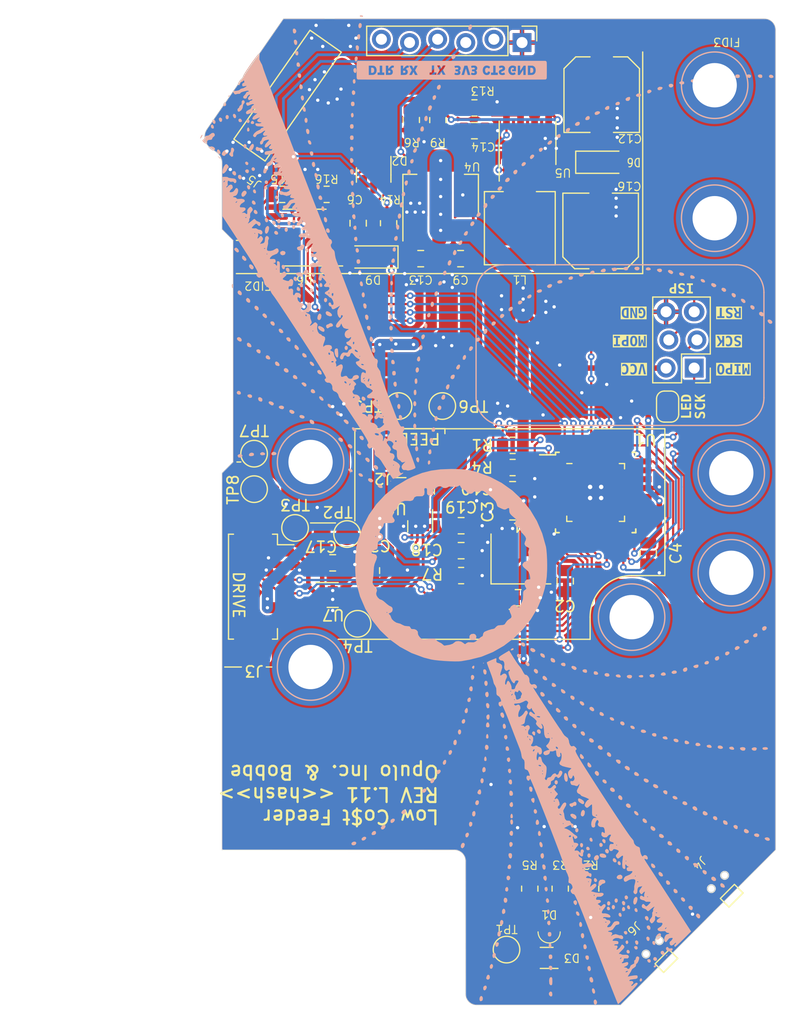
<source format=kicad_pcb>
(kicad_pcb (version 20221018) (generator pcbnew)
  (layers (0 "F.Cu" signal) (31 "B.Cu" signal) (34 "B.Paste" user) (35 "F.Paste" user) (36 "B.SilkS" user "B.Silkscreen") (37 "F.SilkS" user "F.Silkscreen") (38 "B.Mask" user) (39 "F.Mask" user) (44 "Edge.Cuts" user))
  (net 0 "")
  (net 1 "GND")
  (net 2 "RESET")
  (net 3 "+VDC")
  (net 4 "OSC_IN")
  (net 5 "MCU_RX")
  (net 6 "MCU_TX")
  (net 7 "1WIRE")
  (net 8 "RS-485-")
  (net 9 "RS-485+")
  (net 10 "OSC_OUT")
  (net 11 "+5V")
  (net 12 "Net-(U5-TC)")
  (net 13 "SW1")
  (net 14 "SW2")
  (net 15 "+10V")
  (net 16 "PEEL1")
  (net 17 "PEEL2")
  (net 18 "DRIVE2")
  (net 19 "DRIVE1")
  (net 20 "DE")
  (net 21 "Net-(D1-GK)")
  (net 22 "Net-(D1-BK)")
  (net 23 "Net-(D1-A)")
  (net 24 "Net-(D6-K)")
  (net 25 "Net-(J5-Pin_5)")
  (net 26 "DRIVE_QUAD_A")
  (net 27 "DRIVE_QUAD_B")
  (net 28 "Net-(U5-Vfb)")
  (net 29 "Net-(U5-DC)")
  (net 30 "Net-(U6-A)")
  (net 31 "Net-(U6-B)")
  (net 32 "~{RE}")
  (net 33 "DRIVE_M1")
  (net 34 "DRIVE_M2")
  (net 35 "PEEL_M1")
  (net 36 "PEEL_M2")
  (net 37 "DTR")
  (net 38 "CTS")
  (net 39 "LED_G")
  (net 40 "LED_B")
  (net 41 "MOTOR_ENABLE")
  (net 42 "SCK")
  (net 43 "LED_R")
  (net 50 "MOPI")
  (net 51 "MIPO")
  (footprint "feeder:MountingHole_4.2mm_24822" (layer "F.Cu") (at 147.3 79.8)
    (fp_text reference "H7" hide)
    (fp_text value "Hole7")
  )
  (footprint "feeder:MountingHole_4.2mm_24822" (layer "F.Cu") (at 138.3 83.8)
    (fp_text reference "H6" hide)
    (fp_text value "Hole6")
  )
  (footprint "TestPoint:TestPoint_Pad_D2.0mm" (layer "F.Cu") (at 107.9 75.75 180)
    (fp_text reference "TP3")
    (fp_text value "TP_DRIVE_M1")
  )
  (footprint "Resistor_SMD:R_0805_2012Metric" (layer "F.Cu") (at 120.8 38.95 -90)
    (fp_text reference "R9")
    (fp_text value "39k")
  )
  (footprint "Capacitor_SMD:C_0805_2012Metric" (layer "F.Cu") (at 122.85 51.45 180)
    (fp_text reference "C9")
    (fp_text value "10u")
  )
  (footprint "Capacitor_SMD:C_0805_2012Metric" (layer "F.Cu") (at 139.8 78.05 90)
    (fp_text reference "C4")
    (fp_text value "100n")
  )
  (footprint "index:MHS110FRGBCT" (layer "F.Cu") (at 130.85 112.3)
    (fp_text reference "D1")
    (fp_text value "LED_RGBA")
  )
  (footprint "Package_SON:WSON-8-1EP_2x2mm_P0.5mm_EP0.9x1.6mm" (layer "F.Cu") (at 111.3 81.8)
    (fp_text reference "U7")
    (fp_text value "DRV8837")
  )
  (footprint "Package_DFN_QFN:QFN-32-1EP_5x5mm_P0.5mm_EP3.1x3.1mm" (layer "F.Cu") (at 135.05 72.55)
    (fp_text reference "U2" hide)
    (fp_text value "ATmega328P-M")
  )
  (footprint "Resistor_SMD:R_0805_2012Metric" (layer "F.Cu") (at 129.1 108.3 -90)
    (fp_text reference "R5")
    (fp_text value "1k")
  )
  (footprint "Diode_SMD:D_SOD-123" (layer "F.Cu") (at 114.95 51.3 180)
    (fp_text reference "D9")
    (fp_text value "MMSZ4689T1G")
  )
  (footprint "Resistor_SMD:R_0805_2012Metric" (layer "F.Cu") (at 122.9 80.05 180)
    (fp_text reference "R7")
    (fp_text value "10K")
  )
  (footprint "Resistor_SMD:R_0805_2012Metric" (layer "F.Cu") (at 127.55 70.3)
    (fp_text reference "R4")
    (fp_text value "10K")
  )
  (footprint "Resistor_SMD:R_0805_2012Metric" (layer "F.Cu") (at 131.85 108.3 -90)
    (fp_text reference "R3")
    (fp_text value "1k")
  )
  (footprint "feeder:ISP_FRICTION_FIT" (layer "F.Cu") (at 144.075001 61.325 180)
    (fp_text reference "J1" hide)
    (fp_text value "ISP")
  )
  (footprint "feeder:MountingHole_4.2mm_24822" (layer "F.Cu") (at 109.3 88.3)
    (fp_text reference "H5" hide)
    (fp_text value "Hole5")
  )
  (footprint "Resistor_SMD:R_0805_2012Metric" (layer "F.Cu") (at 134.6 108.3 -90)
    (fp_text reference "R2")
    (fp_text value "1k")
  )
  (footprint "Package_TO_SOT_SMD:SOT-223-3_TabPin2" (layer "F.Cu") (at 121.05 45.75 90)
    (fp_text reference "U4")
    (fp_text value "AP1117-50")
  )
  (footprint "Crystal:Crystal_SMD_3225-4Pin_3.2x2.5mm_HandSoldering" (layer "F.Cu") (at 128.3 78.55)
    (fp_text reference "Y1")
    (fp_text value "16MHz")
  )
  (footprint "TestPoint:TestPoint_Pad_D2.0mm" (layer "F.Cu") (at 104.2 72.25 180)
    (fp_text reference "TP8")
    (fp_text value "TP_QUAD_B")
  )
  (footprint "feeder:MountingHole_4.2mm_24822" (layer "F.Cu") (at 147.3 70.8)
    (fp_text reference "H4" hide)
    (fp_text value "Hole4")
  )
  (footprint "TestPoint:TestPoint_Pad_D2.0mm" (layer "F.Cu") (at 117.25 64.75 180)
    (fp_text reference "TP5")
    (fp_text value "TP_PEEL_M2")
  )
  (footprint "feeder:MountingHole_4.2mm_24822" (layer "F.Cu") (at 145.8 47.8)
    (fp_text reference "H2" hide)
    (fp_text value "Hole2")
  )
  (footprint "TestPoint:TestPoint_Pad_D2.0mm" (layer "F.Cu") (at 104.2 69.05 180)
    (fp_text reference "TP7")
    (fp_text value "TP_QUAD_A")
  )
  (footprint "Resistor_SMD:R_0805_2012Metric" (layer "F.Cu") (at 118.4 38.9375 -90)
    (fp_text reference "R6")
    (fp_text value "5.6k")
  )
  (footprint "Jumper:SolderJumper-2_P1.3mm_Bridged_RoundedPad1.0x1.5mm" (layer "F.Cu") (at 141.55 64.8 -90)
    (fp_text reference "JP1" hide)
    (fp_text value "SCK_INDICATOR")
  )
  (footprint "Capacitor_SMD:C_Elec_6.3x7.7" (layer "F.Cu") (at 135.6 36.65 -90)
    (fp_text reference "C12")
    (fp_text value "100uF")
  )
  (footprint "Capacitor_SMD:C_Elec_6.3x7.7" (layer "F.Cu") (at 135.5 48.95 90)
    (fp_text reference "C16")
    (fp_text value "100uF")
  )
  (footprint "Fiducial:Fiducial_1mm_Mask2mm" (layer "F.Cu") (at 125.05 117.1 180)
    (fp_text reference "FID1" hide)
    (fp_text value "Fiducial")
  )
  (footprint "Capacitor_SMD:C_0805_2012Metric" (layer "F.Cu") (at 122.9 75.55 180)
    (fp_text reference "C19")
    (fp_text value "100n")
  )
  (footprint "TestPoint:TestPoint_Pad_D2.0mm" (layer "F.Cu") (at 127 113.8 180)
    (fp_text reference "TP1")
    (fp_text value "TP_5V")
  )
  (footprint "Fiducial:Fiducial_1mm_Mask2mm" (layer "F.Cu") (at 104.55 55.55 180)
    (fp_text reference "FID2")
    (fp_text value "Fiducial")
  )
  (footprint "Package_TO_SOT_SMD:SOT-23" (layer "F.Cu") (at 115 43.9 -90)
    (fp_text reference "D2")
    (fp_text value "SM712_SOT23")
  )
  (footprint "feeder:MountingHole_4.2mm_24822" (layer "F.Cu") (at 109.3 69.8)
    (fp_text reference "H3" hide)
    (fp_text value "Hole3")
  )
  (footprint "Capacitor_SMD:C_0805_2012Metric" (layer "F.Cu") (at 127.55 74.3)
    (fp_text reference "C3")
    (fp_text value "100n")
  )
  (footprint "feeder:1TS003B-1400-3500A-CT" (layer "F.Cu") (at 140.2 113.6 -135)
    (fp_text reference "J6")
    (fp_text value "SW2")
    (fp_circle (center -0.85 0) (end -0.5 0) (stroke (width 0.12)) (fill none) (layer "Edge.Cuts"))
    (fp_circle (center 0.85 0) (end 1.2 0) (stroke (width 0.12)) (fill none) (layer "Edge.Cuts"))
  )
  (footprint "TestPoint:TestPoint_Pad_D2.0mm" (layer "F.Cu") (at 121.2 64.75 180)
    (fp_text reference "TP6")
    (fp_text value "TP_PEEL_M1")
  )
  (footprint "Capacitor_SMD:C_0805_2012Metric" (layer "F.Cu") (at 124.1 39.9 180)
    (fp_text reference "C14")
    (fp_text value "470pF")
  )
  (footprint "Package_SON:WSON-8-1EP_2x2mm_P0.5mm_EP0.9x1.6mm" (layer "F.Cu") (at 119.2 75.6 -90)
    (fp_text reference "U8")
    (fp_text value "DRV8837")
  )
  (footprint "feeder:MountingHole_4.2mm_24822" (layer "F.Cu") (at 145.8 35.8)
    (fp_text reference "H1" hide)
    (fp_text value "Hole1")
  )
  (footprint "feeder:UART_FRICTION_FIT" (layer "F.Cu") (at 128.4 31.8 -90)
    (fp_text reference "J8" hide)
    (fp_text value "USART1")
  )
  (footprint "Resistor_SMD:R_0805_2012Metric" (layer "F.Cu") (at 106.75 45.65)
    (fp_text reference "R15")
    (fp_text value "20R")
  )
  (footprint "Connector_Molex:Molex_PicoBlade_53261-0671_1x06-1MP_P1.25mm_Horizontal" (layer "F.Cu") (at 104.6 81.05 -90)
    (fp_text reference "J3")
    (fp_text value "DRIVE_MOTOR")
  )
  (footprint "Capacitor_SMD:C_0805_2012Metric" (layer "F.Cu") (at 119.25 51.45 180)
    (fp_text reference "C13")
    (fp_text value "10u")
  )
  (footprint "Capacitor_SMD:C_0805_2012Metric" (layer "F.Cu") (at 122.9 77.8 180)
    (fp_text reference "C18")
    (fp_text value "100n")
  )
  (footprint "Capacitor_SMD:C_0805_2012Metric" (layer "F.Cu") (at 113.6 48.25 -90)
    (fp_text reference "C6")
    (fp_text value "15pF")
  )
  (footprint "Connector_Molex:Molex_PicoBlade_53261-0271_1x02-1MP_P1.25mm_Horizontal" (layer "F.Cu") (at 119.2 69.5 180)
    (fp_text reference "J2")
    (fp_text value "PEEL_MOTOR")
  )
  (footprint "TestPoint:TestPoint_Pad_D2.0mm" (layer "F.Cu") (at 113.55 84.4 180)
    (fp_text reference "TP4")
    (fp_text value "TP_DRIVE_M2")
  )
  (footprint "Package_SO:SOIC-8_3.9x4.9mm_P1.27mm" (layer "F.Cu") (at 108.75 49.55 180)
    (fp_text reference "U6")
    (fp_text value "SP308xE")
  )
  (footprint "Resistor_SMD:R_0805_2012Metric" (layer "F.Cu") (at 116.35 48.25 90)
    (fp_text reference "R14")
    (fp_text value "220R")
  )
  (footprint "Resistor_SMD:R_0805_2012Metric" (layer "F.Cu") (at 127.55 68.3)
    (fp_text reference "R1")
    (fp_text value "1k")
  )
  (footprint "Resistor_SMD:R_0805_2012Metric" (layer "F.Cu") (at 110.75 45.65)
    (fp_text reference "R16")
    (fp_text value "20R")
  )
  (footprint "Inductor_SMD:L_6.3x6.3_H3" (layer "F.Cu") (at 128.2 48.7 -90)
    (fp_text reference "L1")
    (fp_text value "220uH")
  )
  (footprint "Capacitor_SMD:C_0805_2012Metric" (layer "F.Cu") (at 111.3 78.9 180)
    (fp_text reference "C17")
    (fp_text value "100n")
  )
  (footprint "Capacitor_SMD:C_0805_2012Metric" (layer "F.Cu") (at 128.05 82.05)
    (fp_text reference "C1")
    (fp_text value "22p")
  )
  (footprint "feeder:AVX-9155-005-541" (layer "F.Cu") (at 109.209307 38.133189 -125)
    (fp_text reference "J5")
    (fp_text value "SPRING_FINGERS")
  )
  (footprint "Resistor_SMD:R_0805_2012Metric" (layer "F.Cu") (at 124.1 37.85)
    (fp_text reference "R13")
    (fp_text value "0.33R")
  )
  (footprint "Capacitor_SMD:C_0805_2012Metric" (layer "F.Cu") (at 132.3 80.55 -90)
    (fp_text reference "C2")
    (fp_text value "22p")
  )
  (footprint "Fiducial:Fiducial_1mm_Mask2mm" (layer "F.Cu") (at 149.4 31.9 180)
    (fp_text reference "FID3")
    (fp_text value "Fiducial")
  )
  (footprint "LED_SMD:LED_LiteOn_LTST-C19HE1WT" (layer "F.Cu") (at 130.85 114.55 -90)
    (fp_text reference "D3")
    (fp_text value "LED_RGBA_ALT")
  )
  (footprint "Capacitor_SMD:C_0805_2012Metric" (layer "F.Cu") (at 127.55 72.3)
    (fp_text reference "C10")
    (fp_text value "10uF")
  )
  (footprint "Package_SO:SOIC-8_3.9x4.9mm_P1.27mm" (layer "F.Cu") (at 128.9 41 90)
    (fp_text reference "U5")
    (fp_text value "MC34063AD")
  )
  (footprint "feeder:1TS003B-1400-3500A-CT" (layer "F.Cu") (at 146.1 107.7 -135)
    (fp_text reference "J4")
    (fp_text value "SW1")
    (fp_circle (center -0.85 0) (end -0.5 0) (stroke (width 0.12)) (fill none) (layer "Edge.Cuts"))
    (fp_circle (center 0.85 0) (end 1.2 0) (stroke (width 0.12)) (fill none) (layer "Edge.Cuts"))
  )
  (footprint "Package_QFP:TQFP-32_7x7mm_P0.8mm" (layer "F.Cu") (at 135.05 72.55)
    (fp_text reference "U1" hide)
    (fp_text value "ATmega328P-A")
  )
  (footprint "TestPoint:TestPoint_Pad_D2.0mm" (layer "F.Cu") (at 112.6 76.3 180)
    (fp_text reference "TP2")
    (fp_text value "TP_10V")
  )
  (footprint "Capacitor_SMD:C_0805_2012Metric" (layer "F.Cu") (at 114.8 79.6 -90)
    (fp_text reference "C20")
    (fp_text value "100n")
  )
  (footprint "Diode_SMD:D_SOD-123" (layer "F.Cu") (at 135.5 42.75)
    (fp_text reference "D6")
    (fp_text value "1N5819")
  )
  (footprint "LOGO" (layer "B.Cu") (at 147.1 31.1)
    (fp_text reference "G***" hide)
    (fp_text value "LOGO" hide)
  )
  (footprint "feeder:pulsar" (layer "B.Cu") (at 122 79.1 180)
    (fp_text reference "G***" hide)
    (fp_text value "pulsar" hide)
  )
  (footprint "LOGO" (layer "B.Cu") (at 122.050001 33.355188 180)
    (fp_text reference "G***" hide)
    (fp_text value "LOGO" hide)
  )
  (gr_arc (start 124.25 54.5) (mid 124.982233 52.732233) (end 126.75 52) (stroke (width 0.12)) (layer "B.SilkS"))
  (gr_arc (start 147.75 52) (mid 149.517767 52.732233) (end 150.25 54.5) (stroke (width 0.12)) (layer "B.SilkS"))
  (gr_circle (center 109.3 69.8) (end 106.3 69.8) (stroke (width 0.12)) (fill none) (layer "B.SilkS"))
  (gr_line (start 126.75 52) (end 147.75 52) (stroke (width 0.12)) (layer "B.SilkS"))
  (gr_arc (start 126.75 66.5) (mid 124.982233 65.767767) (end 124.25 64) (stroke (width 0.12)) (layer "B.SilkS"))
  (gr_circle (center 147.3 70.8) (end 144.3 70.8) (stroke (width 0.12)) (fill none) (layer "B.SilkS"))
  (gr_circle (center 145.8 35.8) (end 142.8 35.8) (stroke (width 0.12)) (fill none) (layer "B.SilkS"))
  (gr_line (start 147.75 66.5) (end 126.75 66.5) (stroke (width 0.12)) (layer "B.SilkS"))
  (gr_line (start 150.25 54.5) (end 150.25 64) (stroke (width 0.12)) (layer "B.SilkS"))
  (gr_arc (start 150.25 64) (mid 149.517767 65.767767) (end 147.75 66.5) (stroke (width 0.12)) (layer "B.SilkS"))
  (gr_circle (center 145.8 47.8) (end 142.8 47.8) (stroke (width 0.12)) (fill none) (layer "B.SilkS"))
  (gr_circle (center 147.3 79.8) (end 144.3 79.8) (stroke (width 0.12)) (fill none) (layer "B.SilkS"))
  (gr_circle (center 109.3 88.3) (end 106.3 88.3) (stroke (width 0.12)) (fill none) (layer "B.SilkS"))
  (gr_line (start 124.25 64) (end 124.25 54.5) (stroke (width 0.12)) (layer "B.SilkS"))
  (gr_circle (center 138.3 83.8) (end 135.3 83.8) (stroke (width 0.12)) (fill none) (layer "B.SilkS"))
  (gr_line (start 139.3 52.8) (end 102.6 52.8) (stroke (width 0.12)) (layer "F.SilkS"))
  (gr_line (start 103 49.8) (end 102.6 49.8) (stroke (width 0.12)) (layer "F.SilkS"))
  (gr_line (start 109.3 75.3) (end 111.55 75.3) (stroke (width 0.12)) (layer "F.SilkS"))
  (gr_line (start 134.55 85.8) (end 134.55 83.8) (stroke (width 0.12)) (layer "F.SilkS"))
  (gr_line (start 105.3 88.3) (end 105.8 88.3) (stroke (width 0.12)) (layer "F.SilkS"))
  (gr_arc (start 134.55 83.8) (mid 135.64835 81.14835) (end 138.3 80.05) (stroke (width 0.12)) (layer "F.SilkS"))
  (gr_line (start 141.3 66.8) (end 141.3 80.05) (stroke (width 0.12)) (layer "F.SilkS"))
  (gr_line (start 139.3 32.8) (end 139.3 52.8) (stroke (width 0.12)) (layer "F.SilkS"))
  (gr_line (start 129.3 52.8) (end 121.3 52.8) (stroke (width 0.12)) (layer "F.SilkS"))
  (gr_line (start 138.3 80.05) (end 141.3 80.05) (stroke (width 0.12)) (layer "F.SilkS"))
  (gr_line (start 113.3 66.8) (end 141.3 66.8) (stroke (width 0.12)) (layer "F.SilkS"))
  (gr_line (start 103.05 88.3) (end 101.55 88.3) (stroke (width 0.12)) (layer "F.SilkS"))
  (gr_line (start 111.8 85.8) (end 134.55 85.8) (stroke (width 0.12)) (layer "F.SilkS"))
  (gr_line (start 113.3 66.8) (end 113.3 75.1) (stroke (width 0.12)) (layer "F.SilkS"))
  (gr_line (start 103 69.8) (end 102.65 69.8) (stroke (width 0.12)) (layer "F.SilkS"))
  (gr_arc (start 122.292893 104.807107) (mid 123.000019 105.097067) (end 123.3 105.8) (stroke (width 0.05)) (layer "Edge.Cuts"))
  (gr_line (start 126.85 29.8) (end 150.3 29.8) (stroke (width 0.05)) (layer "Edge.Cuts"))
  (gr_line (start 101.3 104.8) (end 122.292893 104.807107) (stroke (width 0.05)) (layer "Edge.Cuts"))
  (gr_line (start 101.3 48.8) (end 101.3 42.875) (stroke (width 0.05)) (layer "Edge.Cuts"))
  (gr_line (start 102.3 49.8) (end 102.3 69.8) (stroke (width 0.05)) (layer "Edge.Cuts"))
  (gr_line (start 151.3 104.8) (end 151.3 30.8) (stroke (width 0.05)) (layer "Edge.Cuts"))
  (gr_line (start 126.85 29.8) (end 106.85 29.8) (stroke (width 0.05)) (layer "Edge.Cuts"))
  (gr_line (start 102.3 69.8) (end 101.3 70.8) (stroke (width 0.05)) (layer "Edge.Cuts"))
  (gr_arc (start 100.275 41.475) (mid 99.753682 40.680103) (end 99.95 39.75) (stroke (width 0.05)) (layer "Edge.Cuts"))
  (gr_line (start 101.3 104.8) (end 101.3 70.8) (stroke (width 0.05)) (layer "Edge.Cuts"))
  (gr_line (start 100.7875 41.8375) (end 100.275 41.475) (stroke (width 0.05)) (layer "Edge.Cuts"))
  (gr_line (start 99.95 39.75) (end 106.85 29.8) (stroke (width 0.05)) (layer "Edge.Cuts"))
  (gr_arc (start 150.3 29.8) (mid 151.007107 30.092893) (end 151.3 30.8) (stroke (width 0.05)) (layer "Edge.Cuts"))
  (gr_line (start 102.3 49.8) (end 101.3 48.8) (stroke (width 0.05)) (layer "Edge.Cuts"))
  (gr_arc (start 100.7875 41.8375) (mid 101.176282 42.290782) (end 101.3 42.875) (stroke (width 0.05)) (layer "Edge.Cuts"))
  (gr_arc (start 124.3 118.8) (mid 123.595401 118.506673) (end 123.307107 117.8) (stroke (width 0.05)) (layer "Edge.Cuts"))
  (gr_line (start 123.3 105.8) (end 123.307107 117.8) (stroke (width 0.05)) (layer "Edge.Cuts"))
  (gr_line (start 124.3 118.8) (end 137.3 118.8) (stroke (width 0.05)) (layer "Edge.Cuts"))
  (gr_line (start 151.3 104.8) (end 137.3 118.8) (stroke (width 0.05)) (layer "Edge.Cuts"))
  (gr_text "PEEL" (at 119.2 67.7 180) (layer "F.SilkS") (effects (font (size 1 1))))
  (gr_text "U1" (at 139.55 67.8 180) (layer "F.SilkS") (effects (font (size 1 1))))
  (gr_text "RST" (at 145.975 56.26 180) (layer "F.SilkS" knockout) (effects (font (size 0.9 0.9) (thickness 0.2) bold) (justify right)))
  (gr_text "LED" (at 143.3 64.8 90) (layer "F.SilkS") (effects (font (size 0.9 0.9) (thickness 0.2) bold)))
  (gr_text "Low Co$t Feeder\nREV L.11 <<hash>>\nOpulo Inc. & Bobbe" (at 121 99.8 180) (layer "F.SilkS") (effects (font (size 1.25 1.25) (thickness 0.2) bold) (justify left)))
  (gr_text "MOPI" (at 139.625 58.8 180) (layer "F.SilkS" knockout) (effects (font (size 0.9 0.9) (thickness 0.2) bold) (justify left)))
  (gr_text "SCK" (at 145.975 58.8 180) (layer "F.SilkS" knockout) (effects (font (size 0.9 0.9) (thickness 0.2) bold) (justify right)))
  (gr_text "VCC" (at 139.625 61.34 180) (layer "F.SilkS" knockout) (effects (font (size 0.9 0.9) (thickness 0.2) bold) (justify left)))
  (gr_text "SCK" (at 144.55 64.8 90) (layer "F.SilkS") (effects (font (size 0.9 0.9) (thickness 0.2) bold)))
  (gr_text "ISP" (at 142.8 54.05 180) (layer "F.SilkS") (effects (font (size 0.9 0.9) (thickness 0.2) bold)))
  (gr_text "MIPO" (at 145.975 61.34 180) (layer "F.SilkS" knockout) (effects (font (size 0.9 0.9) (thickness 0.2) bold) (justify right)))
  (gr_text "GND" (at 139.625 56.26 180) (layer "F.SilkS" knockout) (effects (font (size 0.9 0.9) (thickness 0.2) bold) (justify left)))
  (gr_text "DRIVE" (at 102.8 81.8 270) (layer "F.SilkS") (effects (font (size 1 1))))
  (segment (start 125.3 82.8) (end 125.3 76.1) (width 0.2) (layer "F.Cu") (net 1))
  (segment (start 129.8 83.2) (end 125.7 83.2) (width 0.2) (layer "F.Cu") (net 1))
  (segment (start 131.636396 71.35) (end 130.8 71.35) (width 0.3) (layer "F.Cu") (net 1))
  (segment (start 132.6125 72.8) (end 131.95 72.8) (width 0.3) (layer "F.Cu") (net 1))
  (segment (start 132.6125 71.8) (end 132.086396 71.8) (width 0.3) (layer "F.Cu") (net 1))
  (segment (start 110.35 82.55) (end 110.95 82.55) (width 0.2) (layer "F.Cu") (net 1))
  (segment (start 118.5 74.7) (end 118.5 75.3) (width 0.2) (layer "F.Cu") (net 1))
  (segment (start 133 82.4) (end 130.6 82.4) (width 0.2) (layer "F.Cu") (net 1))
  (segment (start 138.15 72.3) (end 138.3 72.15) (width 0.3) (layer "F.Cu") (net 1))
  (segment (start 118.5 75.3) (end 118.8 75.6) (width 0.2) (layer "F.Cu") (net 1))
  (segment (start 131.3 76.3) (end 131.3 77.8) (width 0.2) (layer "F.Cu") (net 1))
  (segment (start 130.6 82.4) (end 129.8 83.2) (width 0.2) (layer "F.Cu") (net 1))
  (segment (start 110.95 82.55) (end 111.3 82.2) (width 0.2) (layer "F.Cu") (net 1))
  (segment (start 118.45 74.65) (end 118.5 74.7) (width 0.2) (layer "F.Cu") (net 1))
  (segment (start 133.1 78.7) (end 133.4 79) (width 0.2) (layer "F.Cu") (net 1))
  (segment (start 125.6 75.8) (end 127.55 75.8) (width 0.2) (layer "F.Cu") (net 1))
  (segment (start 132.2 78.7) (end 133.1 78.7) (width 0.2) (layer "F.Cu") (net 1))
  (segment (start 131.95 72.8) (end 131.8 72.95) (width 0.3) (layer "F.Cu") (net 1))
  (segment (start 133.4 79) (end 133.4 82) (width 0.2) (layer "F.Cu") (net 1))
  (segment (start 133.4 82) (end 133 82.4) (width 0.2) (layer "F.Cu") (net 1))
  (segment (start 125.3 76.1) (end 125.6 75.8) (width 0.2) (layer "F.Cu") (net 1))
  (segment (start 132.086396 71.8) (end 131.636396 71.35) (width 0.3) (layer "F.Cu") (net 1))
  (segment (start 138.3 72.15) (end 139.3 72.15) (width 0.3) (layer "F.Cu") (net 1))
  (segment (start 131.8 72.95) (end 130.8 72.95) (width 0.3) (layer "F.Cu") (net 1))
  (segment (start 137.4875 72.3) (end 138.15 72.3) (width 0.3) (layer "F.Cu") (net 1))
  (segment (start 131.3 77.8) (end 132.2 78.7) (width 0.2) (layer "F.Cu") (net 1))
  (segment (start 125.7 83.2) (end 125.3 82.8) (width 0.2) (layer "F.Cu") (net 1))
  (via (at 108.8 43.4) (size 0.6) (drill 0.3) (layers "F.Cu" "B.Cu") (net 1))
  (via (at 129.8 83.2) (size 0.6) (drill 0.3) (layers "F.Cu" "B.Cu") (net 1))
  (via (at 102.3 40.95) (size 0.6) (drill 0.3) (layers "F.Cu" "B.Cu") (net 1))
  (via (at 113.4 31.55) (size 0.6) (drill 0.3) (layers "F.Cu" "B.Cu") (net 1))
  (via (at 128 102.8) (size 0.6) (drill 0.3) (layers "F.Cu" "B.Cu") (net 1))
  (via (at 129.8 59.05) (size 0.6) (drill 0.3) (layers "F.Cu" "B.Cu") (net 1))
  (via (at 131.5 41.5) (size 0.6) (drill 0.3) (layers "F.Cu" "B.Cu") (net 1))
  (via (at 130.5 41.5) (size 0.6) (drill 0.3) (layers "F.Cu" "B.Cu") (net 1))
  (via (at 137 37.9) (size 0.6) (drill 0.3) (layers "F.Cu" "B.Cu") (net 1))
  (via (at 143.8 110.6) (size 0.6) (drill 0.3) (layers "F.Cu" "B.Cu") (net 1))
  (via (at 105.5 78.45) (size 0.6) (drill 0.3) (layers "F.Cu" "B.Cu") (net 1))
  (via (at 126.55 54.8) (size 0.6) (drill 0.3) (layers "F.Cu" "B.Cu") (net 1))
  (via (at 137 39.65) (size 0.6) (drill 0.3) (layers "F.Cu" "B.Cu") (net 1))
  (via (at 131.3 55.8) (size 0.6) (drill 0.3) (layers "F.Cu" "B.Cu") (net 1))
  (via (at 112.85 52.75) (size 0.6) (drill 0.3) (layers "F.Cu" "B.Cu") (net 1))
  (via (at 112.75 30.4) (size 0.6) (drill 0.3) (layers "F.Cu" "B.Cu") (net 1))
  (via (at 117.95 53.8) (size 0.6) (drill 0.3) (layers "F.Cu" "B.Cu") (net 1))
  (via (at 108.3 79.55) (size 0.6) (drill 0.3) (layers "F.Cu" "B.Cu") (net 1))
  (via (at 130.4 102.7) (size 0.6) (drill 0.3) (layers "F.Cu" "B.Cu") (net 1))
  (via (at 109.4 31.55) (size 0.6) (drill 0.3) (layers "F.Cu" "B.Cu") (net 1))
  (via (at 121.3 58.55) (size 0.6) (drill 0.3) (layers "F.Cu" "B.Cu") (net 1))
  (via (at 131.8 61.05) (size 0.6) (drill 0.3) (layers "F.Cu" "B.Cu") (net 1))
  (via (at 131.3 76.3) (size 0.6) (drill 0.3) (layers "F.Cu" "B.Cu") (net 1))
  (via (at 133.2 102.7) (size 0.6) (drill 0.3) (layers "F.Cu" "B.Cu") (net 1))
  (via (at 101.75 41.75) (size 0.6) (drill 0.3) (layers "F.Cu" "B.Cu") (net 1))
  (via (at 110.55 34.6) (size 0.6) (drill 0.3) (layers "F.Cu" "B.Cu") (net 1))
  (via (at 122.1 52.9) (size 0.6) (drill 0.3) (layers "F.Cu" "B.Cu") (net 1))
  (via (at 124.8 77.8) (size 0.6) (drill 0.3) (layers "F.Cu" "B.Cu") (net 1))
  (via (at 130.55 55.3) (size 0.6) (drill 0.3) (layers "F.Cu" "B.Cu") (net 1))
  (via (at 112.05 65.55) (size 0.6) (drill 0.3) (layers "F.Cu" "B.Cu") (net 1))
  (via (at 118.75 47.25) (size 0.6) (drill 0.3) (layers "F.Cu" "B.Cu") (net 1))
  (via (at 109.9 73.9) (size 0.6) (drill 0.3) (layers "F.Cu" "B.Cu") (net 1))
  (via (at 133.8 63.55) (size 0.6) (drill 0.3) (layers "F.Cu" "B.Cu") (net 1))
  (via (at 130.5 40.6) (size 0.6) (drill 0.3) (layers "F.Cu" "B.Cu") (net 1))
  (via (at 129.9 81.1) (size 0.6) (drill 0.3) (layers "F.Cu" "B.Cu") (net 1))
  (via (at 102.05 43.4) (size 0.6) (drill 0.3) (layers "F.Cu" "B.Cu") (net 1))
  (via (at 137 40.5) (size 0.6) (drill 0.3) (layers "F.Cu" "B.Cu") (net 1))
  (via (at 118.9 53.4) (size 0.6) (drill 0.3) (layers "F.Cu" "B.Cu") (net 1))
  (via (at 104.7 43.95) (size 0.6) (drill 0.3) (layers "F.Cu" "B.Cu") (net 1))
  (via (at 134.55 73.05) (size 0.8) (drill 0.4) (layers "F.Cu" "B.Cu") (net 1))
  (via (at 122.05 59.3) (size 0.6) (drill 0.3) (layers "F.Cu" "B.Cu") (net 1))
  (via (at 135.55 72.05) (size 0.8) (drill 0.4) (layers "F.Cu" "B.Cu") (net 1))
  (via (at 137 38.75) (size 0.6) (drill 0.3) (layers "F.Cu" "B.Cu") (net 1))
  (via (at 117.8 52.8) (size 0.6) (drill 0.3) (layers "F.Cu" "B.Cu") (net 1))
  (via (at 118.35 46.45) (size 0.6) (drill 0.3) (layers "F.Cu" "B.Cu") (net 1))
  (via (at 103.25 44.2) (size 0.6) (drill 0.3) (layers "F.Cu" "B.Cu") (net 1))
  (via (at 125.3 77.05) (size 0.6) (drill 0.3) (layers "F.Cu" "B.Cu") (net 1))
  (via (at 109.8 30.4) (size 0.6) (drill 0.3) (layers "F.Cu" "B.Cu") (net 1))
  (via (at 113.75 52.75) (size 0.6) (drill 0.3) (layers "F.Cu" "B.Cu") (net 1))
  (via (at 125.55 72.3) (size 0.6) (drill 0.3) (layers "F.Cu" "B.Cu") (net 1))
  (via (at 117.7 75.6) (size 0.6) (drill 0.3) (layers "F.Cu" "B.Cu") (net 1))
  (via (at 125.55 74.3) (size 0.6) (drill 0.3) (layers "F.Cu" "B.Cu") (net 1))
  (via (at 105.3 79.55) (size 0.6) (drill 0.3) (layers "F.Cu" "B.Cu") (net 1))
  (via (at 127.1 64.75) (size 0.6) (drill 0.3) (layers "F.Cu" "B.Cu") (net 1))
  (via (at 125.6 98.9) (size 0.6) (drill 0.3) (layers "F.Cu" "B.Cu") (net 1))
  (via (at 112.05 36.15) (size 0.6) (drill 0.3) (layers "F.Cu" "B.Cu") (net 1))
  (via (at 131.05 81.55) (size 0.6) (drill 0.3) (layers "F.Cu" "B.Cu") (net 1))
  (via (at 134.55 72.05) (size 0.8) (drill 0.4) (layers "F.Cu" "B.Cu") (net 1))
  (via (at 126.2 64.5) (size 0.6) (drill 0.3) (layers "F.Cu" "B.Cu") (net 1))
  (via (at 112.9 32.3) (size 0.6) (drill 0.3) (layers "F.Cu" "B.Cu") (net 1))
  (via (at 109.2 36.2) (size 0.6) (drill 0.3) (layers "F.Cu" "B.Cu") (net 1))
  (via (at 109.7 35.3) (size 0.6) (drill 0.3) (layers "F.Cu" "B.Cu") (net 1))
  (via (at 126.6 75.8) (size 0.6) (drill 0.3) (layers "F.Cu" "B.Cu") (net 1))
  (via (at 111.7 37.05) (size 0.6) (drill 0.3) (layers "F.Cu" "B.Cu") (net 1))
  (via (at 121.35 53.55) (size 0.6) (drill 0.3) (layers "F.Cu" "B.Cu") (net 1))
  (via (at 103.75 40.95) (size 0.6) (drill 0.3) (layers "F.Cu" "B.Cu") (net 1))
  (via (at 124.3 73.3) (size 0.6) (drill 0.3) (layers "F.Cu" "B.Cu") (net 1))
  (via (at 136.05 62.8) (size 0.6) (drill 0.3) (layers "F.Cu" "B.Cu") (net 1))
  (via (at 126.2 39.9) (size 0.6) (drill 0.3) (layers "F.Cu" "B.Cu") (net 1))
  (via (at 126.55 56.05) (size 0.6) (drill 0.3) (layers "F.Cu" "B.Cu") (net 1))
  (via (at 123.05 45.7) (size 0.6) (drill 0.3) (layers "F.Cu" "B.Cu") (net 1))
  (via (at 119.6 75.6) (size 0.6) (drill 0.3) (layers "F.Cu" "B.Cu") (net 1))
  (via (at 113.3 79.05) (size 0.6) (drill 0.3) (layers "F.Cu" "B.Cu") (net 1))
  (via (at 127.55 75.8) (size 0.6) (drill 0.3) (layers "F.Cu" "B.Cu") (net 1))
  (via (at 130.05 82.05) (size 0.6) (drill 0.3) (layers "F.Cu" "B.Cu") (net 1))
  (via (at 136.9 46.8) (size 0.6) (drill 0.3) (layers "F.Cu" "B.Cu") (net 1))
  (via (at 136.9 46) (size 0.6) (drill 0.3) (layers "F.Cu" "B.Cu") (net 1))
  (via (at 119.55 40.9) (size 0.6) (drill 0.3) (layers "F.Cu" "B.Cu") (net 1))
  (via (at 110.9 37.4) (size 0.6) (drill 0.3) (layers "F.Cu" "B.Cu") (net 1))
  (via (at 140.8 79.8) (size 0.6) (drill 0.3) (layers "F.Cu" "B.Cu") (net 1))
  (via (at 119.15 46.45) (size 0.6) (drill 0.3) (layers "F.Cu" "B.Cu") (net 1))
  (via (at 111.3 64.8) (size 0.6) (drill 0.3) (layers "F.Cu" "B.Cu") (net 1))
  (via (at 118 47.25) (size 0.6) (drill 0.3) (layers "F.Cu" "B.Cu") (net 1))
  (via (at 118.05 79.55) (size 0.6) (drill 0.3) (layers "F.Cu" "B.Cu") (net 1))
  (via (at 129.55 72.95) (size 0.6) (drill 0.3) (layers "F.Cu" "B.Cu") (net 1))
  (via (at 130.55 56.3) (size 0.6) (drill 0.3) (layers "F.Cu" "B.Cu") (net 1))
  (via (at 105.3 43.2) (size 0.6) (drill 0.3) (layers "F.Cu" "B.Cu") (net 1))
  (via (at 109.95 37.15) (size 0.6) (drill 0.3) (layers "F.Cu" "B.Cu") (net 1))
  (via (at 129.55 71.3) (size 0.6) (drill 0.3) (layers "F.Cu" "B.Cu") (net 1))
  (via (at 111.3 82.2) (size 0.6) (drill 0.3) (layers "F.Cu" "B.Cu") (net 1))
  (via (at 109.95 43.4) (size 0.6) (drill 0.3) (layers "F.Cu" "B.Cu") (net 1))
  (via (at 140.8 72.05) (size 0.6) (drill 0.3) (layers "F.Cu" "B.Cu") (net 1))
  (via (at 104.9 41.75) (size 0.6) (drill 0.3) (layers "F.Cu" "B.Cu") (net 1))
  (via (at 107.1 73.6) (size 0.6) (drill 0.3) (layers "F.Cu" "B.Cu") (net 1))
  (via (at 120.6 59.3) (size 0.6) (drill 0.3) (layers "F.Cu" "B.Cu") (net 1))
  (via (at 113.3 77.9) (size 0.6) (drill 0.3) (layers "F.Cu" "B.Cu") (net 1))
  (via (at 111.3 83.2) (size 0.6) (drill 0.3) (layers "F.Cu" "B.Cu") (net 1))
  (via (at 110.4 32.3) (size 0.6) (drill 0.3) (layers "F.Cu" "B.Cu") (net 1))
  (via (at 126.4 65.4) (size 0.6) (drill 0.3) (layers "F.Cu" "B.Cu") (net 1))
  (via (at 126.15 37.3) (size 0.6) (drill 0.3) (layers "F.Cu" "B.Cu") (net 1))
  (via (at 137.3 65.8) (size 0.6) (drill 0.3) (layers "F.Cu" "B.Cu") (net 1))
  (via (at 131.5 40.6) (size 0.6) (drill 0.3) (layers "F.Cu" "B.Cu") (net 1))
  (via (at 119.5 47.25) (size 0.6) (drill 0.3) (layers "F.Cu" "B.Cu") (net 1))
  (via (at 124.8 75.55) (size 0.6) (drill 0.3) (layers "F.Cu" "B.Cu") (net 1))
  (via (at 138.3 64.3) (size 0.6) (drill 0.3) (layers "F.Cu" "B.Cu") (net 1))
  (via (at 118.8 75.6) (size 0.6) (drill 0.3) (layers "F.Cu" "B.Cu") (net 1))
  (via (at 124.8 80.05) (size 0.6) (drill 0.3) (layers "F.Cu" "B.Cu") (net 1))
  (via (at 122.1 54.05) (size 0.6) (drill 0.3) (layers "F.Cu" "B.Cu") (net 1))
  (via (at 135.55 73.05) (size 0.8) (drill 0.4) (layers "F.Cu" "B.Cu") (net 1))
  (via (at 136.9 45.2) (size 0.6) (drill 0.3) (layers "F.Cu" "B.Cu") (net 1))
  (via (at 134.6 110.9) (size 0.6) (drill 0.3) (layers "F.Cu" "B.Cu") (net 1))
  (via (at 111.3 81.4) (size 0.6) (drill 0.3) (layers "F.Cu" "B.Cu") (net 1))
  (via (at 130.3 65.55) (size 0.6) (drill 0.3) (layers "F.Cu" "B.Cu") (net 1))
  (via (at 112.3 64.55) (size 0.6) (drill 0.3) (layers "F.Cu" "B.Cu") (net 1))
  (via (at 136.9 47.6) (size 0.6) (drill 0.3) (layers "F.Cu" "B.Cu") (net 1))
  (segment (start 143.950001 54.700001) (end 143.950001 56.245) (width 0.2) (layer "F.Cu") (net 2))
  (segment (start 134.8 69.4) (end 134.8 70.1125) (width 0.2) (layer "F.Cu") (net 2))
  (segment (start 134.65 68.3) (end 134.65 69.25) (width 0.2) (layer "F.Cu") (net 2))
  (segment (start 126.6375 70.3) (end 126.05 70.3) (width 0.2) (layer "F.Cu") (net 2))
  (segment (start 134.65 62.45) (end 134.65 66.3) (width 0.2) (layer "F.Cu") (net 2))
  (segment (start 134.65 60.3) (end 134.65 54.95) (width 0.2) (layer "F.Cu") (net 2))
  (segment (start 134.65 62.3) (end 134.65 62.45) (width 0.2) (layer "F.Cu") (net 2))
  (segment (start 143.3 54.05) (end 143.950001 54.700001) (width 0.2) (layer "F.Cu") (net 2))
  (segment (start 125.8 66.8) (end 126.3 66.3) (width 0.2) (layer "F.Cu") (net 2))
  (segment (start 134.65 54.95) (end 135.55 54.05) (width 0.2) (layer "F.Cu") (net 2))
  (segment (start 125.8 67.05) (end 125.8 66.8) (width 0.2) (layer "F.Cu") (net 2))
  (segment (start 126.05 70.3) (end 125.8 70.05) (width 0.2) (layer "F.Cu") (net 2))
  (segment (start 125.8 70.05) (end 125.8 67.05) (width 0.2) (layer "F.Cu") (net 2))
  (segment (start 134.65 69.25) (end 134.8 69.4) (width 0.2) (layer "F.Cu") (net 2))
  (segment (start 134.65 68.3) (end 134.65 66.3) (width 0.2) (layer "F.Cu") (net 2))
  (segment (start 135.55 54.05) (end 143.3 54.05) (width 0.2) (layer "F.Cu") (net 2))
  (via (at 126.3 66.3) (size 0.6) (drill 0.3) (layers "F.Cu" "B.Cu") (net 2))
  (via (at 134.65 62.3) (size 0.6) (drill 0.3) (layers "F.Cu" "B.Cu") (net 2))
  (via (at 134.65 60.3) (size 0.6) (drill 0.3) (layers "F.Cu" "B.Cu") (net 2))
  (via (at 134.65 66.3) (size 0.6) (drill 0.3) (layers "F.Cu" "B.Cu") (net 2))
  (segment (start 134.3 67.05) (end 127.05 67.05) (width 0.2) (layer "B.Cu") (net 2))
  (segment (start 127.05 67.05) (end 126.3 66.3) (width 0.2) (layer "B.Cu") (net 2))
  (segment (start 134.65 62.3) (end 134.65 60.3) (width 0.2) (layer "B.Cu") (net 2))
  (segment (start 134.65 66.7) (end 134.3 67.05) (width 0.2) (layer "B.Cu") (net 2))
  (segment (start 134.65 66.3) (end 134.65 66.7) (width 0.2) (layer "B.Cu") (net 2))
  (segment (start 129.535 35.9) (end 133.8125 35.9) (width 1.5) (layer "F.Cu") (net 3))
  (segment (start 123.6 35.9) (end 113.95 35.9) (width 1.5) (layer "F.Cu") (net 3))
  (segment (start 123.6 35.9) (end 129.535 35.9) (width 1.5) (layer "F.Cu") (net 3))
  (segment (start 113.95 35.9) (end 113.95 35.891821) (width 1.5) (layer "F.Cu") (net 3))
  (segment (start 133.8125 35.9) (end 135.6 34.1125) (width 1.5) (layer "F.Cu") (net 3))
  (segment (start 123.1875 36.3125) (end 123.6 35.9) (width 0.2) (layer "F.Cu") (net 3))
  (segment (start 113.95 35.891821) (end 112.138626 34.080447) (width 1.5) (layer "F.Cu") (net 3))
  (segment (start 129.535 35.9) (end 129.535 38.525) (width 1) (layer "F.Cu") (net 3))
  (segment (start 123.1875 37.85) (end 123.1875 36.3125) (width 0.2) (layer "F.Cu") (net 3))
  (segment (start 127.1 81.1) (end 126.85 80.85) (width 0.3) (layer "F.Cu") (net 4))
  (segment (start 130.8 74.55) (end 131.483058 74.55) (width 0.2) (layer "F.Cu") (net 4))
  (segment (start 127.15 79.7) (end 128.3 78.55) (width 0.3) (layer "F.Cu") (net 4))
  (segment (start 131.483058 74.55) (end 132.233058 73.8) (width 0.2) (layer "F.Cu") (net 4))
  (segment (start 126.85 79.7) (end 127.15 79.7) (width 0.3) (layer "F.Cu") (net 4))
  (segment (start 129.8 74.55) (end 130.8 74.55) (width 0.3) (layer "F.Cu") (net 4))
  (segment (start 127.1 82.05) (end 127.1 81.1) (width 0.3) (layer "F.Cu") (net 4))
  (segment (start 128.3 78.55) (end 128.3 76.05) (width 0.3) (layer "F.Cu") (net 4))
  (segment (start 132.233058 73.8) (end 132.6125 73.8) (width 0.2) (layer "F.Cu") (net 4))
  (segment (start 126.85 80.85) (end 126.85 79.7) (width 0.3) (layer "F.Cu") (net 4))
  (segment (start 128.3 76.05) (end 129.8 74.55) (width 0.3) (layer "F.Cu") (net 4))
  (segment (start 134.3 69.6) (end 134.3 70.1125) (width 0.2) (layer "F.Cu") (net 5))
  (segment (start 111.225 51.455) (end 109.705 51.455) (width 0.2) (layer "F.Cu") (net 5))
  (segment (start 118.3 56.3) (end 110.2 56.3) (width 0.2) (layer "F.Cu") (net 5))
  (segment (start 133.85 68.3) (end 133.85 69.15) (width 0.2) (layer "F.Cu") (net 5))
  (segment (start 133.85 68.3) (end 133.85 66.3) (width 0.2) (layer "F.Cu") (net 5))
  (segment (start 110.2 56.3) (end 109.7 55.8) (width 0.2) (layer "F.Cu") (net 5))
  (segment (start 133.85 69.15) (end 134.3 69.6) (width 0.2) (layer "F.Cu") (net 5))
  (segment (start 109.705 51.455) (end 109.7 51.45) (width 0.2) (layer "F.Cu") (net 5))
  (via (at 109.7 55.8) (size 0.6) (drill 0.3) (layers "F.Cu" "B.Cu") (net 5))
  (via (at 133.85 66.3) (size 0.6) (drill 0.3) (layers "F.Cu" "B.Cu") (net 5))
  (via (at 109.7 51.45) (size 0.6) (drill 0.3) (layers "F.Cu" "B.Cu") (net 5))
  (via (at 118.3 56.3) (size 0.6) (drill 0.3) (layers "F.Cu" "B.Cu") (net 5))
  (segment (start 118.3 56.3) (end 123.85 56.3) (width 0.2) (layer "B.Cu") (net 5))
  (segment (start 109.7 55.8) (end 109.7 51.45) (width 0.2) (layer "B.Cu") (net 5))
  (segment (start 118.78 33.65) (end 120.78 31.65) (width 0.25) (layer "B.Cu") (net 5))
  (segment (start 106.85 44.6) (end 106.85 37) (width 0.25) (layer "B.Cu") (net 5))
  (segment (start 106.5 47.55) (end 106.1 47.15) (width 0.2) (layer "B.Cu") (net 5))
  (segment (start 106.1 45.35) (end 106.85 44.6) (width 0.25) (layer "B.Cu") (net 5))
  (segment (start 123.85 56.3) (end 133.85 66.3) (width 0.2) (layer "B.Cu") (net 5))
  (segment (start 109.3 47.55) (end 106.5 47.55) (width 0.3) (layer "B.Cu") (net 5))
  (segment (start 106.6 47.65) (end 106.1 47.15) (width 0.25) (layer "B.Cu") (net 5))
  (segment (start 109.7 51.45) (end 109.7 47.95) (width 0.3) (layer "B.Cu") (net 5))
  (segment (start 106.85 37) (end 110.2 33.65) (width 0.25) (layer "B.Cu") (net 5))
  (segment (start 110.2 33.65) (end 118.78 33.65) (width 0.25) (layer "B.Cu") (net 5))
  (segment (start 106.1 47.15) (end 106.1 45.35) (width 0.25) (layer "B.Cu") (net 5))
  (segment (start 109.7 47.95) (end 109.3 47.55) (width 0.3) (layer "B.Cu") (net 5))
  (segment (start 133.05 68.3) (end 133.05 66.3) (width 0.2) (layer "F.Cu") (net 6))
  (segment (start 133.8 70.1125) (end 133.8 69.725) (width 0.2) (layer "F.Cu") (net 6))
  (segment (start 109.95 57.05) (end 108.7 55.8) (width 0.2) (layer "F.Cu") (net 6))
  (segment (start 133.05 68.975) (end 133.05 68.3) (width 0.2) (layer "F.Cu") (net 6))
  (segment (start 111.225 47.645) (end 109.355 47.645) (width 0.2) (layer "F.Cu") (net 6))
  (segment (start 133.8 69.725) (end 133.05 68.975) (width 0.2) (layer "F.Cu") (net 6))
  (segment (start 109.355 47.645) (end 108.7 48.3) (width 0.2) (layer "F.Cu") (net 6))
  (segment (start 118.3 57.05) (end 109.95 57.05) (width 0.2) (layer "F.Cu") (net 6))
  (via (at 108.7 55.8) (size 0.6) (drill 0.3) (layers "F.Cu" "B.Cu") (net 6))
  (via (at 133.05 66.3) (size 0.6) (drill 0.3) (layers "F.Cu" "B.Cu") (net 6))
  (via (at 108.7 48.3) (size 0.6) (drill 0.3) (layers "F.Cu" "B.Cu") (net 6))
  (via (at 118.3 57.05) (size 0.6) (drill 0.3) (layers "F.Cu" "B.Cu") (net 6))
  (segment (start 106.2 44.2) (end 106.2 36.8) (width 0.25) (layer "B.Cu") (net 6))
  (segment (start 117.13904 33.05096) (end 118.24 31.95) (width 0.25) (layer "B.Cu") (net 6))
  (segment (start 108.7 55.8) (end 108.7 48.3) (width 0.2) (layer "B.Cu") (net 6))
  (segment (start 118.3 57.05) (end 123.8 57.05) (width 0.2) (layer "B.Cu") (net 6))
  (segment (start 123.8 57.05) (end 133.05 66.3) (width 0.2) (layer "B.Cu") (net 6))
  (segment (start 106.3 48.3) (end 105.4 47.4) (width 0.25) (layer "B.Cu") (net 6))
  (segment (start 106.2 36.8) (end 109.94904 33.05096) (width 0.25) (layer "B.Cu") (net 6))
  (segment (start 105.4 45) (end 106.2 44.2) (width 0.25) (layer "B.Cu") (net 6))
  (segment (start 108.7 48.3) (end 106.3 48.3) (width 0.3) (layer "B.Cu") (net 6))
  (segment (start 105.4 47.4) (end 105.4 45) (width 0.25) (layer "B.Cu") (net 6))
  (segment (start 109.94904 33.05096) (end 117.13904 33.05096) (width 0.25) (layer "B.Cu") (net 6))
  (segment (start 132.25 69.0625) (end 133.3 70.1125) (width 0.2) (layer "F.Cu") (net 7))
  (segment (start 113.6375 49.1625) (end 113.6 49.2) (width 0.25) (layer "F.Cu") (net 7))
  (segment (start 116.35 49.1625) (end 113.6375 49.1625) (width 0.25) (layer "F.Cu") (net 7))
  (segment (start 116.55 49.3625) (end 116.55 51.25) (width 0.25) (layer "F.Cu") (net 7))
  (segment (start 116.6 52.5) (end 116.6 51.3) (width 0.25) (layer "F.Cu") (net 7))
  (segment (start 116.35 49.1625) (end 116.55 49.3625) (width 0.25) (layer "F.Cu") (net 7))
  (segment (start 126.6375 66.9625) (end 127.3 66.3) (width 0.2) (layer "F.Cu") (net 7))
  (segment (start 116.55 51.25) (end 116.6 51.3) (width 0.25) (layer "F.Cu") (net 7))
  (segment (start 132.25 68.3) (end 132.25 66.3) (width 0.2) (layer "F.Cu") (net 7))
  (segment (start 132.25 68.3) (end 132.25 69.0625) (width 0.2) (layer "F.Cu") (net 7))
  (segment (start 126.6375 68.3) (end 126.6375 66.9625) (width 0.2) (layer "F.Cu") (net 7))
  (via (at 116.6 52.5) (size 0.6) (drill 0.3) (layers "F.Cu" "B.Cu") (net 7))
  (via (at 127.3 66.3) (size 0.6) (drill 0.3) (layers "F.Cu" "B.Cu") (net 7))
  (via (at 132.25 66.3) (size 0.6) (drill 0.3) (layers "F.Cu" "B.Cu") (net 7))
  (segment (start 116.6 56.85) (end 116.6 52.5) (width 0.2) (layer "B.Cu") (net 7))
  (segment (start 127.3 66.3) (end 132.25 66.3) (width 0.2) (layer "B.Cu") (net 7))
  (segment (start 123.75 57.8) (end 117.55 57.8) (width 0.2) (layer "B.Cu") (net 7))
  (segment (start 132.25 66.3) (end 123.75 57.8) (width 0.2) (layer "B.Cu") (net 7))
  (segment (start 117.55 57.8) (end 116.6 56.85) (width 0.2) (layer "B.Cu") (net 7))
  (segment (start 115.95 42.9625) (end 115.95 45.65) (width 0.2) (layer "F.Cu") (net 8))
  (segment (start 112.1625 46.15) (end 111.6625 45.65) (width 0.2) (layer "F.Cu") (net 8))
  (segment (start 111.533189 38.133189) (end 115.95 42.55) (width 0.2) (layer "F.Cu") (net 8))
  (segment (start 109.209307 38.133189) (end 111.533189 38.133189) (width 0.2) (layer "F.Cu") (net 8))
  (segment (start 115.95 45.65) (end 115.45 46.15) (width 0.2) (layer "F.Cu") (net 8))
  (segment (start 115.45 46.15) (end 112.1625 46.15) (width 0.2) (layer "F.Cu") (net 8))
  (segment (start 115.95 42.55) (end 115.95 42.9625) (width 0.2) (layer "F.Cu") (net 8))
  (segment (start 111.681069 40.181069) (end 114.05 42.55) (width 0.2) (layer "F.Cu") (net 9))
  (segment (start 108.9 44.25) (end 107.6625 45.4875) (width 0.2) (layer "F.Cu") (net 9))
  (segment (start 114.05 43.35) (end 113.15 44.25) (width 0.2) (layer "F.Cu") (net 9))
  (segment (start 113.15 44.25) (end 108.9 44.25) (width 0.2) (layer "F.Cu") (net 9))
  (segment (start 107.6625 45.4875) (end 107.6625 45.65) (width 0.2) (layer "F.Cu") (net 9))
  (segment (start 114.05 42.9625) (end 114.05 43.35) (width 0.2) (layer "F.Cu") (net 9))
  (segment (start 114.05 42.55) (end 114.05 42.9625) (width 0.2) (layer "F.Cu") (net 9))
  (segment (start 107.775366 40.181069) (end 111.681069 40.181069) (width 0.2) (layer "F.Cu") (net 9))
  (segment (start 131.5625 75.35) (end 132.6125 74.3) (width 0.2) (layer "F.Cu") (net 10))
  (segment (start 129.75 77.4) (end 129.75 76.4) (width 0.3) (layer "F.Cu") (net 10))
  (segment (start 130.8 75.35) (end 131.5625 75.35) (width 0.2) (layer "F.Cu") (net 10))
  (segment (start 132.3 79.6) (end 130.1 77.4) (width 0.3) (layer "F.Cu") (net 10))
  (segment (start 130.1 77.4) (end 129.75 77.4) (width 0.3) (layer "F.Cu") (net 10))
  (segment (start 129.75 76.4) (end 130.8 75.35) (width 0.3) (layer "F.Cu") (net 10))
  (segment (start 112.75 81.05) (end 113.25 80.55) (width 0.3) (layer "F.Cu") (net 11))
  (segment (start 117.45 41.8) (end 118.25 42.6) (width 0.2) (layer "F.Cu") (net 11))
  (segment (start 127.7 111.9) (end 129.45 111.9) (width 0.5) (layer "F.Cu") (net 11))
  (segment (start 139.8 77.05) (end 140.8 76.05) (width 0.5) (layer "F.Cu") (net 11))
  (segment (start 131.8 72.15) (end 130.8 72.15) (width 0.3) (layer "F.Cu") (net 11))
  (segment (start 130.85 115.499022) (end 130.649022 115.7) (width 0.2) (layer "F.Cu") (net 11))
  (segment (start 120.2 50.65) (end 121.05 49.8) (width 1) (layer "F.Cu") (net 11))
  (segment (start 106.975 82.95) (end 105.4 82.95) (width 1) (layer "F.Cu") (net 11))
  (segment (start 128.55 100.65) (end 128.55 87.55) (width 0.5) (layer "F.Cu") (net 11))
  (segment (start 116.6 79.55) (end 115.6 80.55) (width 0.5) (layer "F.Cu") (net 11))
  (segment (start 140.8 74.95) (end 140.8 73.3) (width 0.5) (layer "F.Cu") (net 11))
  (segment (start 140.8 74.95) (end 140.4 74.55) (width 0.5) (layer "F.Cu") (net 11))
  (segment (start 130.85 114.55) (end 130.85 115.499022) (width 0.2) (layer "F.Cu") (net 11))
  (segment (start 119.95 76.55) (end 120.8 76.55) (width 0.3) (layer "F.Cu") (net 11))
  (segment (start 139.8 61.325) (end 139.05 61.325) (width 0.5) (layer "F.Cu") (net 11))
  (segment (start 130.425 114.125) (end 130.85 114.55) (width 0.2) (layer "F.Cu") (net 11))
  (segment (start 112.25 81.05) (end 112.75 81.05) (width 0.3) (layer "F.Cu") (net 11))
  (segment (start 120.2 51.45) (end 120.2 50.65) (width 1) (layer "F.Cu") (net 11))
  (segment (start 140.4 74.55) (end 139.3 74.55) (width 0.5) (layer "F.Cu") (net 11))
  (segment (start 118.6 59.2) (end 120.2 57.6) (width 1) (layer "F.Cu") (net 11))
  (segment (start 128.65 72.15) (end 130.8 72.15) (width 0.5) (layer "F.Cu") (net 11))
  (segment (start 137.866942 73.8) (end 138.616942 74.55) (width 0.2) (layer "F.Cu") (net 11))
  (segment (start 128.5 74.3) (end 128.5 57) (width 1) (layer "F.Cu") (net 11))
  (segment (start 139.05 61.325) (end 133.725 61.325) (width 0.5) (layer "F.Cu") (net 11))
  (segment (start 120.2 57.6) (end 120.2 55.15) (width 1) (layer "F.Cu") (net 11))
  (segment (start 127 113.8) (end 127 112) (width 0.5) (layer "F.Cu") (net 11))
  (segment (start 132.086396 73.3) (end 131.636396 73.75) (width 0.3) (layer "F.Cu") (net 11))
  (segment (start 131.636396 73.75) (end 130.8 73.75) (width 0.3) (layer "F.Cu") (net 11))
  (segment (start 137.4875 73.8) (end 137.866942 73.8) (width 0.2) (layer "F.Cu") (net 11))
  (segment (start 121.05 48.9) (end 121.05 42.6) (width 2) (layer "F.Cu") (net 11))
  (segment (start 115.6 80.55) (end 114.8 80.55) (width 0.5) (layer "F.Cu") (net 11))
  (segment (start 133.725 61.325) (end 128.5 56.1) (width 0.5) (layer "F.Cu") (net 11))
  (segment (start 131.95 72.3) (end 131.8 72.15) (width 0.3) (layer "F.Cu") (net 11))
  (segment (start 127 111.05) (end 127 102.2) (width 0.5) (layer "F.Cu") (net 11))
  (segment (start 127.7 111.9) (end 127.1 111.9) (width 0.5) (layer "F.Cu") (net 11))
  (segment (start 115.55 59.2) (end 118.6 59.2) (width 1) (layer "F.Cu") (net 11))
  (segment (start 121.3 77.8) (end 120.3 78.8) (width 0.3) (layer "F.Cu") (net 11))
  (segment (start 127 111.8) (end 127 112) (width 0.5) (layer "F.Cu") (net 11))
  (segment (start 139.8 66.05) (end 139.8 61.325) (width 0.5) (layer "F.Cu") (net 11))
  (segment (start 139.8 77.1) (end 139.8 77.05) (width 0.5) (layer "F.Cu") (net 11))
  (segment (start 127 111.05) (end 127 111.8) (width 0.5) (layer "F.Cu") (net 11))
  (segment (start 105.4 82.95) (end 105.4 82.15) (width 1) (layer "F.Cu") (net 11))
  (segment (start 107 82.925) (end 106.975 82.95) (width 1) (layer "F.Cu") (net 11))
  (segment (start 106.275 53.575) (end 106.275 57.575) (width 0.25) (layer "F.Cu") (net 11))
  (segment (start 138.616942 74.55) (end 139.3 74.55) (width 0.2) (layer "F.Cu") (net 11))
  (segment (start 106.275 51.455) (end 106.275 53.575) (width 0.25) (layer "F.Cu") (net 11))
  (segment (start 121.05 49.8) (end 121.05 48.9) (width 1) (layer "F.Cu") (net 11))
  (segment (start 127 102.2) (end 128.55 100.65) (width 0.5) (layer "F.Cu") (net 11))
  (segment (start 130.8 73.75) (end 128.5 73.75) (width 0.5) (layer "F.Cu") (net 11))
  (segment (start 128.5 56.1) (end 128.5 54.099999) (width 1.5) (layer "F.Cu") (net 11))
  (segment (start 141.410001 61.325) (end 139.8 61.325) (width 0.5) (layer "F.Cu") (net 11))
  (segment (start 130.649022 115.7) (end 128.9 115.7) (width 0.2) (layer "F.Cu") (net 11))
  (segment (start 127 112) (end 127.1 111.9) (width 0.2) (layer "F.Cu") (net 11))
  (segment (start 113.25 80.55) (end 114.8 80.55) (width 0.3) (layer "F.Cu") (net 11))
  (segment (start 106.275 57.575) (end 107.9 59.2) (width 0.25) (layer "F.Cu") (net 11))
  (segment (start 128.9 115.7) (end 127 113.8) (width 0.2) (layer "F.Cu") (net 11))
  (segment (start 127.1 111.9) (end 127 111.8) (width 0.5) (layer "F.Cu") (net 11))
  (segment (start 121.95 77.8) (end 121.3 77.8) (width 0.3) (layer "F.Cu") (net 11))
  (segment (start 132.6125 72.3) (end 131.95 72.3) (width 0.3) (layer "F.Cu") (net 11))
  (segment (start 132.6125 73.3) (end 132.086396 73.3) (width 0.3) (layer "F.Cu") (net 11))
  (segment (start 121.95 77.8) (end 121.95 77.7) (width 0.3) (layer "F.Cu") (net 11))
  (segment (start 121.95 77.7) (end 120.8 76.55) (width 0.3) (layer "F.Cu") (net 11))
  (segment (start 107.9 59.2) (end 115.55 59.2) (width 0.25) (layer "F.Cu") (net 11))
  (segment (start 120.2 51.45) (end 120.2 55.15) (width 1) (layer "F.Cu") (net 11))
  (segment (start 116.6 79.55) (end 116.6 77.6) (width 0.5) (layer "F.Cu") (net 11))
  (segment (start 115.55 76.55) (end 115.55 74.9) (width 1) (layer "F.Cu") (net 11))
  (segment (start 130.125 114.125) (end 130.425 114.125) (width 0.2) (layer "F.Cu") (net 11))
  (segment (start 140.8 76.05) (end 140.8 74.95) (width 0.5) (layer "F.Cu") (net 11))
  (segment (start 128.5 57) (end 128.5 56.1) (width 1) (layer "F.Cu") (net 11))
  (segment (start 116.6 77.6) (end 115.55 76.55) (width 0.5) (layer "F.Cu") (net 11))
  (segment (start 118.25 42.6) (end 121.05 42.6) (width 0.2) (layer "F.Cu") (net 11))
  (via (at 128.55 73.3) (size 0.6) (drill 0.3) (layers "F.Cu" "B.Cu") (net 11))
  (via (at 128.5 54.099999) (size 0.6) (drill 0.3) (layers "F.Cu" "B.Cu") (net 11))
  (via (at 121.05 48.9) (size 0.6) (drill 0.3) (layers "F.Cu" "B.Cu") (net 11))
  (via (at 121.05 45.85) (size 0.6) (drill 0.3) (layers "F.Cu" "B.Cu") (net 11))
  (via (at 115.55 59.2) (size 0.6) (drill 0.3) (layers "F.Cu" "B.Cu") (net 11))
  (via (at 140.8 73.3) (size 0.6) (drill 0.3) (layers "F.Cu" "B.Cu") (net 11))
  (via (at 118.6 59.2) (size 0.6) (drill 0.3) (layers "F.Cu" "B.Cu") (net 11))
  (via (at 117.45 41.8) (size 0.6) (drill 0.3) (layers "F.Cu" "B.Cu") (net 11))
  (via (at 128.55 87.55) (size 0.6) (drill 0.3) (layers "F.Cu" "B.Cu") (net 11))
  (via (at 139.8 66.05) (size 0.6) (drill 0.3) (layers "F.Cu" "B.Cu") (net 11))
  (via (at 121.05 42.6) (size 0.6) (drill 0.3) (layers "F.Cu" "B.Cu") (net 11))
  (via (at 128.5 55.1) (size 0.6) (drill 0.3) (layers "F.Cu" "B.Cu") (net 11))
  (via (at 115.55 76.55) (size 0.6) (drill 0.3) (layers "F.Cu" "B.Cu") (net 11))
  (via (at 121.05 47.45) (size 0.6) (drill 0.3) (layers "F.Cu" "B.Cu") (net 11))
  (via (at 120.3 78.8) (size 0.6) (drill 0.3) (layers "F.Cu" "B.Cu") (net 11))
  (via (at 115.55 74.9) (size 0.6) (drill 0.3) (layers "F.Cu" "B.Cu") (net 11))
  (via (at 121.05 44.3) (size 0.6) (drill 0.3) (layers "F.Cu" "B.Cu") (net 11))
  (via (at 128.5 56.1) (size 0.6) (drill 0.3) (layers "F.Cu" "B.Cu") (net 11))
  (via (at 105.4 82.15) (size 0.6) (drill 0.3) (layers "F.Cu" "B.Cu") (net 11))
  (via (at 115.550489 75.7) (size 0.6) (drill 0.3) (layers "F.Cu" "B.Cu") (net 11))
  (via (at 105.4 82.95) (size 0.6) (drill 0.3) (layers "F.Cu" "B.Cu") (net 11))
  (via (at 117 59.15) (size 0.6) (drill 0.3) (layers "F.Cu" "B.Cu") (net 11))
  (segment (start 128.5 53.3) (end 124.1 48.9) (width 2) (layer "B.Cu") (net 11))
  (segment (start 115.550489 75.7) (end 115.550489 76.549511) (width 1) (layer "B.Cu") (net 11))
  (segment (start 115.550489 75.7) (end 115.550489 74.900489) (width 1) (layer "B.Cu") (net 11))
  (segment (start 128.55 73.35) (end 128.55 87.55) (width 0.5) (layer "B.Cu") (net 11))
  (segment (start 105.4 80.9) (end 105.4 82.95) (width 1) (layer "B.Cu") (net 11))
  (segment (start 128.5 54.099999) (end 128.5 55.1) (width 2) (layer "B.Cu") (net 11))
  (segment (start 117.45 37.75) (end 123.32 31.88) (width 0.2) (layer "B.Cu") (net 11))
  (segment (start 115.55 74.9) (end 115.55 59.2) (width 1) (layer "B.Cu") (net 11))
  (segment (start 128.5 55.1) (end 128.5 56.1) (width 2) (layer "B.Cu") (net 11))
  (segment (start 118.6 59.2) (end 115.55 59.2) (width 1) (layer "B.Cu") (net 11))
  (segment (start 121.05 45.85) (end 121.05 47.45) (width 0.25) (layer "B.Cu") (net 11))
  (segment (start 139.8 72.3) (end 140.8 73.3) (width 0.5) (layer "B.Cu") (net 11))
  (segment (start 128.5 53.3) (end 128.5 54.099999) (width 2) (layer "B.Cu") (net 11))
  (segment (start 121.05 47.15) (end 121.05 45.5) (width 2) (layer "B.Cu") (net 11))
  (segment (start 121.05 48.9) (end 121.05 47.15) (width 2) (layer "B.Cu") (net 11))
  (segment (start 117.45 41.8) (end 117.45 37.75) (width 0.2) (layer "B.Cu") (net 11))
  (segment (start 124.1 48.9) (end 121.05 48.9) (width 2) (layer "B.Cu") (net 11))
  (segment (start 120.3 78.8) (end 117.8 78.8) (width 0.3) (layer "B.Cu") (net 11))
  (segment (start 115.55 76.55) (end 115.4 76.7) (width 1) (layer "B.Cu") (net 11))
  (segment (start 115.4 76.7) (end 109.6 76.7) (width 1) (layer "B.Cu") (net 11))
  (segment (start 139.8 66.05) (end 139.8 72.3) (width 0.5) (layer "B.Cu") (net 11))
  (segment (start 109.6 76.7) (end 105.4 80.9) (width 1) (layer "B.Cu") (net 11))
  (segment (start 121.05 45.5) (end 121.05 44.1) (width 2) (layer "B.Cu") (net 11))
  (segment (start 117.8 78.8) (end 115.55 76.55) (width 0.3) (layer "B.Cu") (net 11))
  (segment (start 121.05 44.1) (end 121.05 42.6) (width 2) (layer "B.Cu") (net 11))
  (segment (start 129.535 42.235) (end 128.75 41.45) (width 0.2) (layer "F.Cu") (net 12))
  (segment (start 124.8 41.45) (end 123.25 39.9) (width 0.2) (layer "F.Cu") (net 12))
  (segment (start 129.535 43.475) (end 129.535 42.235) (width 0.2) (layer "F.Cu") (net 12))
  (segment (start 128.75 41.45) (end 124.8 41.45) (width 0.2) (layer "F.Cu") (net 12))
  (segment (start 123.25 39.9) (end 123.15 39.9) (width 0.2) (layer "F.Cu") (net 12))
  (segment (start 137.05 67.3) (end 137.05 68.3) (width 0.2) (layer "F.Cu") (net 13))
  (segment (start 144.5 82.505704) (end 143.05 81.055704) (width 0.2) (layer "F.Cu") (net 13))
  (segment (start 136.3 69.733058) (end 136.3 70.1125) (width 0.2) (layer "F.Cu") (net 13))
  (segment (start 144.5 102.395837) (end 144.5 82.505704) (width 0.2) (layer "F.Cu") (net 13))
  (segment (start 143.05 81.055704) (end 143.05 71.05) (width 0.2) (layer "F.Cu") (net 13))
  (segment (start 143.05 71.05) (end 139.05 67.05) (width 0.2) (layer "F.Cu") (net 13))
  (segment (start 146.312132 105.507969) (end 146.312132 104.207969) (width 0.2) (layer "F.Cu") (net 13))
  (segment (start 146.312132 104.207969) (end 144.5 102.395837) (width 0.2) (layer "F.Cu") (net 13))
  (segment (start 137.3 67.05) (end 137.05 67.3) (width 0.2) (layer "F.Cu") (net 13))
  (segment (start 139.05 67.05) (end 137.3 67.05) (width 0.2) (layer "F.Cu") (net 13))
  (segment (start 137.05 68.3) (end 137.05 68.983058) (width 0.2) (layer "F.Cu") (net 13))
  (segment (start 137.05 68.983058) (end 136.3 69.733058) (width 0.2) (layer "F.Cu") (net 13))
  (segment (start 137.85 68.3) (end 137.85 69.0625) (width 0.2) (layer "F.Cu") (net 14))
  (segment (start 144.1 82.7) (end 142.55 81.15) (width 0.2) (layer "F.Cu") (net 14))
  (segment (start 137.85 69.0625) (end 136.8 70.1125) (width 0.2) (layer "F.Cu") (net 14))
  (segment (start 142.55 81.15) (end 142.55 71.3) (width 0.2) (layer "F.Cu") (net 14))
  (segment (start 144.1 105.4) (end 144.1 82.7) (width 0.2) (layer "F.Cu") (net 14))
  (segment (start 140.512132 111.607969) (end 140.512132 108.987868) (width 0.2) (layer "F.Cu") (net 14))
  (segment (start 142.55 71.3) (end 139.55 68.3) (width 0.2) (layer "F.Cu") (net 14))
  (segment (start 139.55 68.3) (end 137.85 68.3) (width 0.2) (layer "F.Cu") (net 14))
  (segment (start 140.512132 108.987868) (end 144.1 105.4) (width 0.2) (layer "F.Cu") (net 14))
  (segment (start 110.35 78.9) (end 110.35 81.025489) (width 0.4) (layer "F.Cu") (net 15))
  (segment (start 115.45 61.3) (end 123.75 61.3) (width 1.5) (layer "F.Cu") (net 15))
  (segment (start 123.2 41.1) (end 124 41.9) (width 0.25) (layer "F.Cu") (net 15))
  (segment (start 123.8 49.35) (end 123.35 48.9) (width 2) (layer "F.Cu") (net 15))
  (segment (start 120.8 39.8625) (end 121.0625 39.8625) (width 0.25) (layer "F.Cu") (net 15))
  (segment (start 124.45 61.9) (end 123.8 61.25) (width 1.5) (layer "F.Cu") (net 15))
  (segment (start 114.05 62.7) (end 115.45 61.3) (width 1.5) (layer "F.Cu") (net 15))
  (segment (start 121.3 74.65) (end 121.95 75.3) (width 0.4) (layer "F.Cu") (net 15))
  (segment (start 119.95 74.65) (end 120.15 74.65) (width 0.4) (layer "F.Cu") (net 15))
  (segment (start 124 48.25) (end 123.35 48.9) (width 0.25) (layer "F.Cu") (net 15))
  (segment (start 110.35 78.9) (end 110.35 76.3) (width 1.5) (layer "F.Cu") (net 15))
  (segment (start 128.2 51.45) (end 135.4625 51.45) (width 2) (layer "F.Cu") (net 15))
  (segment (start 113.8 72.1) (end 110.35 75.55) (width 1.5) (layer "F.Cu") (net 15))
  (segment (start 121.0625 39.8625) (end 122.3 41.1) (width 0.25) (layer "F.Cu") (net 15))
  (segment (start 114.05 62.7) (end 113.8 62.95) (width 1.5) (layer "F.Cu") (net 15))
  (segment (start 123.8 51.45) (end 123.8 49.35) (width 2) (layer "F.Cu") (net 15))
  (segment (start 112.6 76.3) (end 111.55 75.25) (width 0.2) (layer "F.Cu") (net 15))
  (segment (start 120.15 74.65) (end 121.3 74.65) (width 0.4) (layer "F.Cu") (net 15))
  (segment (start 121.95 73.5) (end 121.95 75.3) (width 1.5) (layer "F.Cu") (net 15))
  (segment (start 123.8 51.45) (end 128.2 51.45) (width 2) (layer "F.Cu") (net 15))
  (segment (start 113.8 62.95) (end 113.8 72.1) (width 1.5) (layer "F.Cu") (net 15))
  (segment (start 111.55 75.25) (end 110.35 75.25) (width 0.2) (layer "F.Cu") (net 15))
  (segment (start 124.45 71) (end 124.45 61.9) (width 1.5) (layer "F.Cu") (net 15))
  (segment (start 124 41.9) (end 124 48.25) (width 0.25) (layer "F.Cu") (net 15))
  (segment (start 121.95 73.5) (end 124.45 71) (width 1.5) (layer "F.Cu") (net 15))
  (segment (start 135.4625 51.45) (end 135.5 51.4875) (width 2) (layer "F.Cu") (net 15))
  (segment (start 122.3 41.1) (end 123.2 41.1) (width 0.25) (layer "F.Cu") (net 15))
  (segment (start 110.35 75.55) (end 110.35 76.3) (width 1.5) (layer "F.Cu") (net 15))
  (segment (start 123.8 61.25) (end 123.8 51.45) (width 2) (layer "F.Cu") (net 15))
  (segment (start 130.8 69.75) (end 131.5625 69.75) (width 0.2) (layer "F.Cu") (net 16))
  (segment (start 131.5625 69.75) (end 132.6125 70.8) (width 0.2) (layer "F.Cu") (net 16))
  (segment (start 118.8 77.05) (end 118.8 77.55) (width 0.2) (layer "F.Cu") (net 16))
  (segment (start 118.95 76.9) (end 118.8 77.05) (width 0.2) (layer "F.Cu") (net 16))
  (segment (start 130.8 69.75) (end 130.8 68.55) (width 0.2) (layer "F.Cu") (net 16))
  (segment (start 118.95 76.55) (end 118.95 76.9) (width 0.2) (layer "F.Cu") (net 16))
  (via (at 118.8 77.55) (size 0.6) (drill 0.3) (layers "F.Cu" "B.Cu") (net 16))
  (via (at 130.8 68.55) (size 0.6) (drill 0.3) (layers "F.Cu" "B.Cu") (net 16))
  (segment (start 120.85 75.95) (end 119.25 77.55) (width 0.2) (layer "B.Cu") (net 16))
  (segment (start 120.85 73.3) (end 120.85 75.95) (width 0.2) (layer "B.Cu") (net 16))
  (segment (start 125.6 68.55) (end 120.85 73.3) (width 0.2) (layer "B.Cu") (net 16))
  (segment (start 130.8 68.55) (end 125.6 68.55) (width 0.2) (layer "B.Cu") (net 16))
  (segment (start 119.25 77.55) (end 118.8 77.55) (width 0.2) (layer "B.Cu") (net 16))
  (segment (start 132.233058 71.3) (end 131.483058 70.55) (width 0.2) (layer "F.Cu") (net 17))
  (segment (start 129.55 70.3) (end 129.55 68.3) (width 0.2) (layer "F.Cu") (net 17))
  (segment (start 129.55 68.3) (end 130.05 67.8) (width 0.2) (layer "F.Cu") (net 17))
  (segment (start 130.8 70.55) (end 129.8 70.55) (width 0.2) (layer "F.Cu") (net 17))
  (segment (start 132.6125 71.3) (end 132.233058 71.3) (width 0.2) (layer "F.Cu") (net 17))
  (segment (start 129.8 70.55) (end 129.55 70.3) (width 0.2) (layer "F.Cu") (net 17))
  (segment (start 117.85 76.55) (end 118.45 76.55) (width 0.2) (layer "F.Cu") (net 17))
  (segment (start 131.483058 70.55) (end 130.8 70.55) (width 0.2) (layer "F.Cu") (net 17))
  (segment (start 117.8 76.6) (end 117.85 76.55) (width 0.2) (layer "F.Cu") (net 17))
  (via (at 130.05 67.8) (size 0.6) (drill 0.3) (layers "F.Cu" "B.Cu") (net 17))
  (via (at 117.8 76.6) (size 0.6) (drill 0.3) (layers "F.Cu" "B.Cu") (net 17))
  (segment (start 119.6 76.6) (end 117.8 76.6) (width 0.2) (layer "B.Cu") (net 17))
  (segment (start 120.3 73) (end 120.3 75.9) (width 0.2) (layer "B.Cu") (net 17))
  (segment (start 130.05 67.8) (end 125.5 67.8) (width 0.2) (layer "B.Cu") (net 17))
  (segment (start 120.3 75.9) (end 119.6 76.6) (width 0.2) (layer "B.Cu") (net 17))
  (segment (start 125.5 67.8) (end 120.3 73) (width 0.2) (layer "B.Cu") (net 17))
  (segment (start 135.3 75.6) (end 135.3 74.9875) (width 0.2) (layer "F.Cu") (net 18))
  (segment (start 135.45 75.75) (end 135.3 75.6) (width 0.2) (layer "F.Cu") (net 18))
  (segment (start 135.45 77.575) (end 135.45 76.8) (width 0.2) (layer "F.Cu") (net 18))
  (segment (start 131.3 86.55) (end 130.8 86.05) (width 0.2) (layer "F.Cu") (net 18))
  (segment (start 136.05 79.05) (end 136.05 78.175) (width 0.2) (layer "F.Cu") (net 18))
  (segment (start 132.55 86.55) (end 131.3 86.55) (width 0.2) (layer "F.Cu") (net 18))
  (segment (start 130.8 86.05) (end 121.05 86.05) (width 0.2) (layer "F.Cu") (net 18))
  (segment (start 136.05 78.175) (end 135.45 77.575) (width 0.2) (layer "F.Cu") (net 18))
  (segment (start 117.55 82.55) (end 112.25 82.55) (width 0.2) (layer "F.Cu") (net 18))
  (segment (start 121.05 86.05) (end 117.55 82.55) (width 0.2) (layer "F.Cu") (net 18))
  (segment (start 135.45 76.8) (end 135.45 75.75) (width 0.2) (layer "F.Cu") (net 18))
  (via (at 136.05 79.05) (size 0.6) (drill 0.3) (layers "F.Cu" "B.Cu") (net 18))
  (via (at 132.55 86.55) (size 0.6) (drill 0.3) (layers "F.Cu" "B.Cu") (net 18))
  (segment (start 133.05 79.05) (end 136.05 79.05) (width 0.2) (layer "B.Cu") (net 18))
  (segment (start 132.55 79.55) (end 133.05 79.05) (width 0.2) (layer "B.Cu") (net 18))
  (segment (start 132.55 86.55) (end 132.55 79.55) (width 0.2) (layer "B.Cu") (net 18))
  (segment (start 131.3 85.8) (end 131.05 85.55) (width 0.2) (layer "F.Cu") (net 19))
  (segment (start 134.8 75.6) (end 134.8 74.9875) (width 0.2) (layer "F.Cu") (net 19))
  (segment (start 131.05 85.55) (end 121.55 85.55) (width 0.2) (layer "F.Cu") (net 19))
  (segment (start 134.65 77.65) (end 134.65 76.8) (width 0.2) (layer "F.Cu") (net 19))
  (segment (start 118.05 82.05) (end 112.25 82.05) (width 0.2) (layer "F.Cu") (net 19))
  (segment (start 121.55 85.55) (end 118.05 82.05) (width 0.2) (layer "F.Cu") (net 19))
  (segment (start 134.65 75.75) (end 134.8 75.6) (width 0.2) (layer "F.Cu") (net 19))
  (segment (start 135.3 78.3) (end 134.65 77.65) (width 0.2) (layer "F.Cu") (net 19))
  (segment (start 134.65 76.8) (end 134.65 75.75) (width 0.2) (layer "F.Cu") (net 19))
  (segment (start 131.8 85.8) (end 131.3 85.8) (width 0.2) (layer "F.Cu") (net 19))
  (via (at 131.8 85.8) (size 0.6) (drill 0.3) (layers "F.Cu" "B.Cu") (net 19))
  (via (at 135.3 78.3) (size 0.6) (drill 0.3) (layers "F.Cu" "B.Cu") (net 19))
  (segment (start 132.55 78.3) (end 135.3 78.3) (width 0.2) (layer "B.Cu") (net 19))
  (segment (start 131.8 85.8) (end 131.8 79.05) (width 0.2) (layer "B.Cu") (net 19))
  (segment (start 131.8 79.05) (end 132.55 78.3) (width 0.2) (layer "B.Cu") (net 19))
  (segment (start 109.185 48.915) (end 108.3 49.8) (width 0.2) (layer "F.Cu") (net 20))
  (segment (start 108.55 53.55) (end 110.3 55.3) (width 0.2) (layer "F.Cu") (net 20))
  (segment (start 108.3 53.3) (end 108.3 49.8) (width 0.2) (layer "F.Cu") (net 20))
  (segment (start 110.55 55.55) (end 110.3 55.3) (width 0.2) (layer "F.Cu") (net 20))
  (segment (start 111.225 48.915) (end 109.185 48.915) (width 0.2) (layer "F.Cu") (net 20))
  (segment (start 135.45 66.3) (end 135.45 68.3) (width 0.2) (layer "F.Cu") (net 20))
  (segment (start 135.3 69.4) (end 135.3 70.1125) (width 0.2) (layer "F.Cu") (net 20))
  (segment (start 118.3 55.55) (end 110.55 55.55) (width 0.2) (layer "F.Cu") (net 20))
  (segment (start 108.55 53.55) (end 108.3 53.3) (width 0.2) (layer "F.Cu") (net 20))
  (segment (start 135.45 68.3) (end 135.45 69.25) (width 0.2) (layer "F.Cu") (net 20))
  (segment (start 135.45 69.25) (end 135.3 69.4) (width 0.2) (layer "F.Cu") (net 20))
  (via (at 135.45 66.3) (size 0.6) (drill 0.3) (layers "F.Cu" "B.Cu") (net 20))
  (via (at 118.3 55.55) (size 0.6) (drill 0.3) (layers "F.Cu" "B.Cu") (net 20))
  (segment (start 123.9 55.55) (end 133.9 65.55) (width 0.2) (layer "B.Cu") (net 20))
  (segment (start 133.9 65.55) (end 135.05 65.55) (width 0.2) (layer "B.Cu") (net 20))
  (segment (start 135.45 65.95) (end 135.45 66.3) (width 0.2) (layer "B.Cu") (net 20))
  (segment (start 135.05 65.55) (end 135.45 65.95) (width 0.2) (layer "B.Cu") (net 20))
  (segment (start 118.3 55.55) (end 123.9 55.55) (width 0.2) (layer "B.Cu") (net 20))
  (segment (start 130.45 111.625) (end 130.45 112.550978) (width 0.2) (layer "F.Cu") (net 21))
  (segment (start 130.45 112.550978) (end 129.2 113.800978) (width 0.2) (layer "F.Cu") (net 21))
  (segment (start 129.2 113.800978) (end 129.2 114.65) (width 0.2) (layer "F.Cu") (net 21))
  (segment (start 129.2 114.65) (end 129.525 114.975) (width 0.2) (layer "F.Cu") (net 21))
  (segment (start 130.45 110.75) (end 129.1 109.4) (width 0.2) (layer "F.Cu") (net 21))
  (segment (start 129.1 109.4) (end 129.1 109.2125) (width 0.2) (layer "F.Cu") (net 21))
  (segment (start 130.45 111.625) (end 130.45 110.75) (width 0.2) (layer "F.Cu") (net 21))
  (segment (start 129.525 114.975) (end 130.125 114.975) (width 0.2) (layer "F.Cu") (net 21))
  (segment (start 131.85 109.2125) (end 131.85 110.2) (width 0.2) (layer "F.Cu") (net 22))
  (segment (start 135.7 111.6) (end 135.7 108.7) (width 0.2) (layer "F.Cu") (net 22))
  (segment (start 131.25 110.8) (end 131.25 111.625) (width 0.2) (layer "F.Cu") (net 22))
  (segment (start 131.575 114.975) (end 132.325 114.975) (width 0.2) (layer "F.Cu") (net 22))
  (segment (start 132.7625 108.3) (end 131.85 109.2125) (width 0.2) (layer "F.Cu") (net 22))
  (segment (start 131.85 110.2) (end 131.25 110.8) (width 0.2) (layer "F.Cu") (net 22))
  (segment (start 135.7 108.7) (end 135.3 108.3) (width 0.2) (layer "F.Cu") (net 22))
  (segment (start 132.325 114.975) (end 135.7 111.6) (width 0.2) (layer "F.Cu") (net 22))
  (segment (start 135.3 108.3) (end 132.7625 108.3) (width 0.2) (layer "F.Cu") (net 22))
  (segment (start 134.6 109.2125) (end 134.6 109.3) (width 0.2) (layer "F.Cu") (net 23))
  (segment (start 132.25 111.65) (end 132.25 111.9) (width 0.2) (layer "F.Cu") (net 23))
  (segment (start 131.575 114.125) (end 132.25 113.45) (width 0.2) (layer "F.Cu") (net 23))
  (segment (start 134.6 109.3) (end 132.25 111.65) (width 0.2) (layer "F.Cu") (net 23))
  (segment (start 132.25 113.45) (end 132.25 111.9) (width 0.2) (layer "F.Cu") (net 23))
  (segment (start 128.265 45.885) (end 128.2 45.95) (width 1.5) (layer "F.Cu") (net 24))
  (segment (start 133.85 43.7) (end 131.6 45.95) (width 1.5) (layer "F.Cu") (net 24))
  (segment (start 128.265 43.475) (end 128.265 45.885) (width 1) (layer "F.Cu") (net 24))
  (segment (start 131.6 45.95) (end 128.2 45.95) (width 1.5) (layer "F.Cu") (net 24))
  (segment (start 133.85 42.75) (end 133.85 43.7) (width 1.5) (layer "F.Cu") (net 24))
  (segment (start 116.2 47.1875) (end 116.35 47.3375) (width 0.25) (layer "F.Cu") (net 25))
  (segment (start 116.2 46.4) (end 116.2 47.1875) (width 0.25) (layer "F.Cu") (net 25))
  (segment (start 107.728949 42.228949) (end 106.341425 42.228949) (width 0.2) (layer "F.Cu") (net 25))
  (segment (start 107.75 42.25) (end 107.728949 42.228949) (width 0.2) (layer "F.Cu") (net 25))
  (via (at 107.75 42.25) (size 0.6) (drill 0.3) (layers "F.Cu" "B.Cu") (net 25))
  (via (at 116.2 46.4) (size 0.6) (drill 0.3) (layers "F.Cu" "B.Cu") (net 25))
  (segment (start 112 42.2) (end 107.8 42.2) (width 0.2) (layer "B.Cu") (net 25))
  (segment (start 116.2 46.4) (end 112 42.2) (width 0.2) (layer "B.Cu") (net 25))
  (segment (start 107.8 42.2) (end 107.75 42.25) (width 0.2) (layer "B.Cu") (net 25))
  (segment (start 108.275 80.425) (end 107 80.425) (width 0.2) (layer "F.Cu") (net 26))
  (segment (start 132.25 76.8) (end 132.25 76.0375) (width 0.2) (layer "F.Cu") (net 26))
  (segment (start 133.9 78.85) (end 133.3 78.25) (width 0.2) (layer "F.Cu") (net 26))
  (segment (start 104.250489 78.699511) (end 104.250489 79.600489) (width 0.2) (layer "F.Cu") (net 26))
  (segment (start 132.25 77.9) (end 132.25 76.8) (width 0.2) (layer "F.Cu") (net 26))
  (segment (start 106.349519 76.600481) (end 104.250489 78.699511) (width 0.2) (layer "F.Cu") (net 26))
  (segment (start 133.3 78.25) (end 132.6 78.25) (width 0.2) (layer "F.Cu") (net 26))
  (segment (start 132.25 76.0375) (end 133.3 74.9875) (width 0.2) (layer "F.Cu") (net 26))
  (segment (start 104.2 69.05) (end 104.2 69.95) (width 0.2) (layer "F.Cu") (net 26))
  (segment (start 123 84) (end 132 84) (width 0.2) (layer "F.Cu") (net 26))
  (segment (start 104.2 69.95) (end 106.349519 72.099519) (width 0.2) (layer "F.Cu") (net 26))
  (segment (start 120.05 81.05) (end 123 84) (width 0.2) (layer "F.Cu") (net 26))
  (segment (start 104.250489 79.600489) (end 105.075 80.425) (width 0.2) (layer "F.Cu") (net 26))
  (segment (start 132 84) (end 133.9 82.1) (width 0.2) (layer "F.Cu") (net 26))
  (segment (start 132.6 78.25) (end 132.25 77.9) (width 0.2) (layer "F.Cu") (net 26))
  (segment (start 133.9 82.1) (end 133.9 78.85) (width 0.2) (layer "F.Cu") (net 26))
  (segment (start 106.349519 72.099519) (end 106.349519 76.600481) (width 0.2) (layer "F.Cu") (net 26))
  (segment (start 105.075 80.425) (end 107 80.425) (width 0.2) (layer "F.Cu") (net 26))
  (via (at 108.3 80.45) (size 0.6) (drill 0.3) (layers "F.Cu" "B.Cu") (net 26))
  (via (at 120.05 81.05) (size 0.6) (drill 0.3) (layers "F.Cu" "B.Cu") (net 26))
  (segment (start 108.3 80.45) (end 119.45 80.45) (width 0.2) (layer "B.Cu") (net 26))
  (segment (start 119.45 80.45) (end 120.05 81.05) (width 0.2) (layer "B.Cu") (net 26))
  (segment (start 106 76.35) (end 106 74.05) (width 0.2) (layer "F.Cu") (net 27))
  (segment (start 106.525 81.675) (end 106 81.15) (width 0.2) (layer "F.Cu") (net 27))
  (segment (start 108.3 81.65) (end 107.025 81.65) (width 0.2) (layer "F.Cu") (net 27))
  (segment (start 119.3 81.3) (end 122.55 84.55) (width 0.2) (layer "F.Cu") (net 27))
  (segment (start 133.25 77.9) (end 133.05 77.7) (width 0.2) (layer "F.Cu") (net 27))
  (segment (start 133.05 77.7) (end 133.05 76.8) (width 0.2) (layer "F.Cu") (net 27))
  (segment (start 105 81.15) (end 103.7 79.85) (width 0.2) (layer "F.Cu") (net 27))
  (segment (start 106 74.05) (end 104.2 72.25) (width 0.2) (layer "F.Cu") (net 27))
  (segment (start 122.55 84.55) (end 132.05 84.55) (width 0.2) (layer "F.Cu") (net 27))
  (segment (start 134.3 78.65) (end 133.55 77.9) (width 0.2) (layer "F.Cu") (net 27))
  (segment (start 133.55 77.9) (end 133.25 77.9) (width 0.2) (layer "F.Cu") (net 27))
  (segment (start 133.8 75.366942) (end 133.8 74.9875) (width 0.2) (layer "F.Cu") (net 27))
  (segment (start 107 81.675) (end 106.525 81.675) (width 0.2) (layer "F.Cu") (net 27))
  (segment (start 103.7 79.85) (end 103.7 78.65) (width 0.2) (layer "F.Cu") (net 27))
  (segment (start 132.05 84.55) (end 134.3 82.3) (width 0.2) (layer "F.Cu") (net 27))
  (segment (start 133.05 76.8) (end 133.05 76.116942) (width 0.2) (layer "F.Cu") (net 27))
  (segment (start 134.3 82.3) (end 134.3 78.65) (width 0.2) (layer "F.Cu") (net 27))
  (segment (start 107.025 81.65) (end 107 81.675) (width 0.2) (layer "F.Cu") (net 27))
  (segment (start 106 81.15) (end 105 81.15) (width 0.2) (layer "F.Cu") (net 27))
  (segment (start 103.7 78.65) (end 106 76.35) (width 0.2) (layer "F.Cu") (net 27))
  (segment (start 133.05 76.116942) (end 133.8 75.366942) (width 0.2) (layer "F.Cu") (net 27))
  (via (at 119.3 81.3) (size 0.6) (drill 0.3) (layers "F.Cu" "B.Cu") (net 27))
  (via (at 108.3 81.65) (size 0.6) (drill 0.3) (layers "F.Cu" "B.Cu") (net 27))
  (segment (start 108.3 81.65) (end 109.05 81.65) (width 0.2) (layer "B.Cu") (net 27))
  (segment (start 109.9 80.8) (end 118.8 80.8) (width 0.2) (layer "B.Cu") (net 27))
  (segment (start 118.8 80.8) (end 119.3 81.3) (width 0.2) (layer "B.Cu") (net 27))
  (segment (start 109.05 81.65) (end 109.9 80.8) (width 0.2) (layer "B.Cu") (net 27))
  (segment (start 118.4 38.025) (end 119.875 38.025) (width 0.25) (layer "F.Cu") (net 28))
  (segment (start 121.1375 38.0375) (end 120.8 38.0375) (width 0.25) (layer "F.Cu") (net 28))
  (segment (start 131.6 38.9) (end 131.225 38.525) (width 0.25) (layer "F.Cu") (net 28))
  (segment (start 120.7875 38.025) (end 120.8 38.0375) (width 0.25) (layer "F.Cu") (net 28))
  (segment (start 119.875 38.025) (end 120.7875 38.025) (width 0.25) (layer "F.Cu") (net 28))
  (segment (start 122 38.9) (end 121.1375 38.0375) (width 0.25) (layer "F.Cu") (net 28))
  (segment (start 131.225 38.525) (end 130.805 38.525) (width 0.25) (layer "F.Cu") (net 28))
  (via (at 131.6 38.9) (size 0.6) (drill 0.3) (layers "F.Cu" "B.Cu") (net 28))
  (via (at 122 38.9) (size 0.6) (drill 0.3) (layers "F.Cu" "B.Cu") (net 28))
  (segment (start 131.6 38.9) (end 122 38.9) (width 0.25) (layer "B.Cu") (net 28))
  (segment (start 126.97 43.45) (end 126.995 43.475) (width 0.2) (layer "F.Cu") (net 29))
  (segment (start 125.6875 38.525) (end 125.0125 37.85) (width 0.2) (layer "F.Cu") (net 29))
  (segment (start 127 40.3) (end 126.995 40.295) (width 0.2) (layer "F.Cu") (net 29))
  (segment (start 126.3 43.45) (end 126.97 43.45) (width 0.2) (layer "F.Cu") (net 29))
  (segment (start 126.995 40.295) (end 126.995 38.525) (width 0.2) (layer "F.Cu") (net 29))
  (segment (start 126.995 38.525) (end 125.6875 38.525) (width 0.2) (layer "F.Cu") (net 29))
  (segment (start 128.265 38.525) (end 126.995 38.525) (width 0.2) (layer "F.Cu") (net 29))
  (via (at 127 40.3) (size 0.6) (drill 0.3) (layers "F.Cu" "B.Cu") (net 29))
  (via (at 126.3 43.45) (size 0.6) (drill 0.3) (layers "F.Cu" "B.Cu") (net 29))
  (segment (start 126.3 41) (end 126.3 43.45) (width 0.2) (layer "B.Cu") (net 29))
  (segment (start 127 40.3) (end 126.3 41) (width 0.2) (layer "B.Cu") (net 29))
  (segment (start 104.85 46.6375) (end 104.85 48.15) (width 0.25) (layer "F.Cu") (net 30))
  (segment (start 104.85 48.15) (end 105.615 48.915) (width 0.25) (layer "F.Cu") (net 30))
  (segment (start 105.8375 45.65) (end 104.85 46.6375) (width 0.25) (layer "F.Cu") (net 30))
  (segment (start 105.615 48.915) (end 106.275 48.915) (width 0.25) (layer "F.Cu") (net 30))
  (segment (start 107.415 50.185) (end 107.8 49.8) (width 0.2) (layer "F.Cu") (net 31))
  (segment (start 107.8 49.8) (end 107.8 47.6875) (width 0.2) (layer "F.Cu") (net 31))
  (segment (start 107.8 47.6875) (end 109.8375 45.65) (width 0.2) (layer "F.Cu") (net 31))
  (segment (start 106.275 50.185) (end 107.415 50.185) (width 0.2) (layer "F.Cu") (net 31))
  (segment (start 135.8 69.6) (end 136.25 69.15) (width 0.2) (layer "F.Cu") (net 32))
  (segment (start 135.8 70.1125) (end 135.8 69.6) (width 0.2) (layer "F.Cu") (net 32))
  (segment (start 109.415 50.185) (end 111.225 50.185) (width 0.2) (layer "F.Cu") (net 32))
  (segment (start 118.3 54.8) (end 110.55 54.8) (width 0.2) (layer "F.Cu") (net 32))
  (segment (start 109.05 53.3) (end 109.05 50.55) (width 0.2) (layer "F.Cu") (net 32))
  (segment (start 136.25 69.15) (end 136.25 68.3) (width 0.2) (layer "F.Cu") (net 32))
  (segment (start 110.3 54.55) (end 109.05 53.3) (width 0.2) (layer "F.Cu") (net 32))
  (segment (start 109.05 50.55) (end 109.415 50.185) (width 0.2) (layer "F.Cu") (net 32))
  (segment (start 136.25 66.3) (end 136.25 68.3) (width 0.2) (layer "F.Cu") (net 32))
  (segment (start 110.55 54.8) (end 110.3 54.55) (width 0.2) (layer "F.Cu") (net 32))
  (via (at 118.3 54.8) (size 0.6) (drill 0.3) (layers "F.Cu" "B.Cu") (net 32))
  (via (at 136.25 66.3) (size 0.6) (drill 0.3) (layers "F.Cu" "B.Cu") (net 32))
  (segment (start 136.25 66.3) (end 136.25 65.75) (width 0.2) (layer "B.Cu") (net 32))
  (segment (start 123.927127 54.8) (end 118.3 54.8) (width 0.2) (layer "B.Cu") (net 32))
  (segment (start 134.177126 65.05) (end 123.927127 54.8) (width 0.2) (layer "B.Cu") (net 32))
  (segment (start 136.25 65.75) (end 135.55 65.05) (width 0.2) (layer "B.Cu") (net 32))
  (segment (start 135.55 65.05) (end 134.177126 65.05) (width 0.2) (layer "B.Cu") (net 32))
  (segment (start 109.65 81.55) (end 110.35 81.55) (width 0.3) (layer "F.Cu") (net 33))
  (segment (start 107 77.925) (end 107 76.65) (width 0.4) (layer "F.Cu") (net 33))
  (segment (start 107 76.65) (end 107.9 75.75) (width 0.4) (layer "F.Cu") (net 33))
  (segment (start 109.6 81.5) (end 109.1 81) (width 0.4) (layer "F.Cu") (net 33))
  (segment (start 109.1 81) (end 109.1 79.05) (width 0.4) (layer "F.Cu") (net 33))
  (segment (start 109.6 81.5) (end 109.65 81.55) (width 0.3) (layer "F.Cu") (net 33))
  (segment (start 109.1 79.05) (end 107.975 77.925) (width 0.4) (layer "F.Cu") (net 33))
  (segment (start 107.975 77.925) (end 107 77.925) (width 0.4) (layer "F.Cu") (net 33))
  (segment (start 109.65 82.05) (end 110.35 82.05) (width 0.3) (layer "F.Cu") (net 34))
  (segment (start 109.1 82.6) (end 109.1 84.125) (width 0.4) (layer "F.Cu") (net 34))
  (segment (start 107 84.175) (end 109.05 84.175) (width 0.4) (layer "F.Cu") (net 34))
  (segment (start 109.1 84.125) (end 109.05 84.175) (width 0.4) (layer "F.Cu") (net 34))
  (segment (start 109.6 82.1) (end 109.1 82.6) (width 0.4) (layer "F.Cu") (net 34))
  (segment (start 109.6 82.1) (end 109.65 82.05) (width 0.3) (layer "F.Cu") (net 34))
  (segment (start 109.05 84.175) (end 113.025 84.175) (width 0.4) (layer "F.Cu") (net 34))
  (segment (start 119.5 74.2) (end 119.825 73.875) (width 0.4) (layer "F.Cu") (net 35))
  (segment (start 119.825 71.9) (end 119.825 66.125) (width 0.4) (layer "F.Cu") (net 35))
  (segment (start 119.45 74.25) (end 119.45 74.65) (width 0.3) (layer "F.Cu") (net 35))
  (segment (start 119.825 73.875) (end 119.825 71.9) (width 0.4) (layer "F.Cu") (net 35))
  (segment (start 119.5 74.2) (end 119.45 74.25) (width 0.3) (layer "F.Cu") (net 35))
  (segment (start 119.825 66.125) (end 121.2 64.75) (width 0.4) (layer "F.Cu") (net 35))
  (segment (start 118.95 74.25) (end 118.95 74.65) (width 0.3) (layer "F.Cu") (net 36))
  (segment (start 118.575 71.9) (end 118.575 66.075) (width 0.4) (layer "F.Cu") (net 36))
  (segment (start 118.9 74.2) (end 118.575 73.875) (width 0.4) (layer "F.Cu") (net 36))
  (segment (start 118.575 73.875) (end 118.575 71.9) (width 0.4) (layer "F.Cu") (net 36))
  (segment (start 118.9 74.2) (end 118.95 74.25) (width 0.3) (layer "F.Cu") (net 36))
  (segment (start 118.575 66.075) (end 117.25 64.75) (width 0.4) (layer "F.Cu") (net 36))
  (segment (start 137.866942 71.3) (end 138.616942 70.55) (width 0.2) (layer "F.Cu") (net 39))
  (segment (start 143.3 83.1) (end 141.55 81.35) (width 0.2) (layer "F.Cu") (net 39))
  (segment (start 141.55 81.35) (end 141.55 71.8) (width 0.2) (layer "F.Cu") (net 39))
  (segment (start 138.616942 70.55) (end 139.3 70.55) (width 0.2) (layer "F.Cu") (net 39))
  (segment (start 137.4875 71.3) (end 137.866942 71.3) (width 0.2) (layer "F.Cu") (net 39))
  (segment (start 141.55 71.8) (end 140.3 70.55) (width 0.2) (layer "F.Cu") (net 39))
  (segment (start 131.85 99.15) (end 143.3 87.7) (width 0.2) (layer "F.Cu") (net 39))
  (segment (start 131.85 107.3875) (end 131.85 99.15) (width 0.2) (layer "F.Cu") (net 39))
  (segment (start 140.3 70.55) (end 139.3 70.55) (width 0.2) (layer "F.Cu") (net 39))
  (segment (start 143.3 87.7) (end 143.3 83.1) (width 0.2) (layer "F.Cu") (net 39))
  (segment (start 135.8 75.5) (end 135.8 74.9875) (width 0.2) (layer "F.Cu") (net 40))
  (segment (start 129.1 107.3875) (end 129.1 101.1) (width 0.2) (layer "F.Cu") (net 40))
  (segment (start 136.8 79.55) (end 137.3 80.05) (width 0.2) (layer "F.Cu") (net 40))
  (segment (start 136.8 78.4) (end 136.25 77.85) (width 0.2) (layer "F.Cu") (net 40))
  (segment (start 136.8 78.6) (end 136.8 79.55) (width 0.2) (layer "F.Cu") (net 40))
  (segment (start 139.65 80.05) (end 137.3 80.05) (width 0.2) (layer "F.Cu") (net 40))
  (segment (start 136.25 76.8) (end 136.25 75.95) (width 0.2) (layer "F.Cu") (net 40))
  (segment (start 142.9 87.3) (end 142.9 83.3) (width 0.2) (layer "F.Cu") (net 40))
  (segment (start 142.9 83.3) (end 139.65 80.05) (width 0.2) (layer "F.Cu") (net 40))
  (segment (start 136.8 78.6) (end 136.8 78.4) (width 0.2) (layer "F.Cu") (net 40))
  (segment (start 129.1 101.1) (end 142.9 87.3) (width 0.2) (layer "F.Cu") (net 40))
  (segment (start 136.25 77.85) (end 136.25 76.8) (width 0.2) (layer "F.Cu") (net 40))
  (segment (start 136.25 75.95) (end 135.8 75.5) (width 0.2) (layer "F.Cu") (net 40))
  (segment (start 133.85 76.8) (end 133.85 75.95) (width 0.2) (layer "F.Cu") (net 41))
  (segment (start 112.25 81.55) (end 117.85 81.55) (width 0.3) (layer "F.Cu") (net 41))
  (segment (start 133.85 77.6) (end 134.7 78.45) (width 0.2) (layer "F.Cu") (net 41))
  (segment (start 133.85 75.95) (end 134.3 75.5) (width 0.2) (layer "F.Cu") (net 41))
  (segment (start 132.15 85.05) (end 122.05 85.05) (width 0.2) (layer "F.Cu") (net 41))
  (segment (start 134.7 78.45) (end 134.7 82.5) (width 0.2) (layer "F.Cu") (net 41))
  (segment (start 134.3 75.5) (end 134.3 74.9875) (width 0.2) (layer "F.Cu") (net 41))
  (segment (start 119.474511 76.574511) (end 119.474511 80.224511) (width 0.25) (layer "F.Cu") (net 41))
  (segment (start 118.55 81.55) (end 117.85 81.55) (width 0.2) (layer "F.Cu") (net 41))
  (segment (start 122.05 85.05) (end 118.55 81.55) (width 0.2) (layer "F.Cu") (net 41))
  (segment (start 119.474511 80.224511) (end 119.55 80.3) (width 0.25) (layer "F.Cu") (net 41))
  (segment (start 119.55 80.3) (end 120.6 80.3) (width 0.3) (layer "F.Cu") (net 41))
  (segment (start 133.85 76.8) (end 133.85 77.6) (width 0.2) (layer "F.Cu") (net 41))
  (segment (start 119.1 80.3) (end 119.55 80.3) (width 0.3) (layer "F.Cu") (net 41))
  (segment (start 120.6 80.3) (end 122.1875 80.3) (width 0.3) (layer "F.Cu") (net 41))
  (segment (start 119.45 76.55) (end 119.474511 76.574511) (width 0.25) (layer "F.Cu") (net 41))
  (segment (start 117.85 81.55) (end 119.1 80.3) (width 0.3) (layer "F.Cu") (net 41))
  (segment (start 134.7 82.5) (end 132.15 85.05) (width 0.2) (layer "F.Cu") (net 41))
  (segment (start 141.55 64.15) (end 141.55 63.6) (width 0.25) (layer "F.Cu") (net 42))
  (segment (start 139.3 75.35) (end 138.5375 75.35) (width 0.2) (layer "F.Cu") (net 42))
  (segment (start 138.5375 75.35) (end 137.4875 74.3) (width 0.2) (layer "F.Cu") (net 42))
  (segment (start 142.7 60.285001) (end 142.7 62.45) (width 0.2) (layer "F.Cu") (net 42))
  (segment (start 138.55 78.05) (end 138.55 76.55) (width 0.2) (layer "F.Cu") (net 42))
  (segment (start 138.55 76.55) (end 139.3 75.8) (width 0.2) (layer "F.Cu") (net 42))
  (segment (start 143.3 66.3) (end 142.05 67.55) (width 0.2) (layer "F.Cu") (net 42))
  (segment (start 143.3 63.05) (end 143.3 66.3) (width 0.2) (layer "F.Cu") (net 42))
  (segment (start 141.55 63.6) (end 142.7 62.45) (width 0.25) (layer "F.Cu") (net 42))
  (segment (start 142.7 62.45) (end 143.3 63.05) (width 0.2) (layer "F.Cu") (net 42))
  (segment (start 139.3 75.8) (end 139.3 75.35) (width 0.2) (layer "F.Cu") (net 42))
  (segment (start 144.200001 58.785) (end 142.7 60.285001) (width 0.2) (layer "F.Cu") (net 42))
  (via (at 142.05 67.55) (size 0.6) (drill 0.3) (layers "F.Cu" "B.Cu") (net 42))
  (via (at 138.55 78.05) (size 0.6) (drill 0.3) (layers "F.Cu" "B.Cu") (net 42))
  (segment (start 141.8 74.8) (end 138.55 78.05) (width 0.2) (layer "B.Cu") (net 42))
  (segment (start 140.55 68.05) (end 140.55 70.3) (width 0.2) (layer "B.Cu") (net 42))
  (segment (start 141.8 71.55) (end 141.8 74.8) (width 0.2) (layer "B.Cu") (net 42))
  (segment (start 140.55 70.3) (end 141.8 71.55) (width 0.2) (layer "B.Cu") (net 42))
  (segment (start 142.05 67.55) (end 141.05 67.55) (width 0.2) (layer "B.Cu") (net 42))
  (segment (start 141.05 67.55) (end 140.55 68.05) (width 0.2) (layer "B.Cu") (net 42))
  (segment (start 138.8 66.05) (end 139.55 66.8) (width 0.2) (layer "F.Cu") (net 43))
  (segment (start 143.7 88.1) (end 143.7 82.9) (width 0.2) (layer "F.Cu") (net 43))
  (segment (start 139.3 69.75) (end 139.3 69.55) (width 0.2) (layer "F.Cu") (net 43))
  (segment (start 140.25 69.75) (end 139.3 69.75) (width 0.2) (layer "F.Cu") (net 43))
  (segment (start 134.6 97.2) (end 143.7 88.1) (width 0.2) (layer "F.Cu") (net 43))
  (segment (start 138.5375 69.75) (end 137.4875 70.8) (width 0.2) (layer "F.Cu") (net 43))
  (segment (start 143.7 82.9) (end 142.05 81.25) (width 0.2) (layer "F.Cu") (net 43))
  (segment (start 134.6 107.3875) (end 134.6 97.2) (width 0.2) (layer "F.Cu") (net 43))
  (segment (start 141.05 66.8) (end 141.55 66.3) (width 0.2) (layer "F.Cu") (net 43))
  (segment (start 142.05 71.55) (end 140.25 69.75) (width 0.2) (layer "F.Cu") (net 43))
  (segment (start 142.05 81.25) (end 142.05 71.55) (width 0.2) (layer "F.Cu") (net 43))
  (segment (start 139.55 66.8) (end 141.05 66.8) (width 0.2) (layer "F.Cu") (net 43))
  (segment (start 139.3 69.55) (end 138.8 69.05) (width 0.2) (layer "F.Cu") (net 43))
  (segment (start 139.3 69.75) (end 138.5375 69.75) (width 0.2) (layer "F.Cu") (net 43))
  (segment (start 141.55 66.3) (end 141.55 65.45) (width 0.2) (layer "F.Cu") (net 43))
  (via (at 138.8 66.05) (size 0.6) (drill 0.3) (layers "F.Cu" "B.Cu") (net 43))
  (via (at 138.8 69.05) (size 0.6) (drill 0.3) (layers "F.Cu" "B.Cu") (net 43))
  (segment (start 138.8 69.05) (end 138.8 66.05) (width 0.2) (layer "B.Cu") (net 43))
  (segment (start 145.55 58.05) (end 145.05 57.55) (width 0.2) (layer "F.Cu") (net 50))
  (segment (start 137.55 79.3) (end 137.55 78.555025) (width 0.2) (layer "F.Cu") (net 50))
  (segment (start 144.55 63.3) (end 145.55 62.3) (width 0.2) (layer "F.Cu") (net 50))
  (segment (start 142.895001 57.55) (end 141.660001 58.785) (width 0.2) (layer "F.Cu") (net 50))
  (segment (start 136.3 75.366942) (end 137.05 76.116942) (width 0.2) (layer "F.Cu") (net 50))
  (segment (start 144.55 67.05) (end 144.55 63.3) (width 0.2) (layer "F.Cu") (net 50))
  (segment (start 137.05 76.116942) (end 137.05 76.8) (width 0.2) (layer "F.Cu") (net 50))
  (segment (start 145.05 57.55) (end 142.895001 57.55) (width 0.2) (layer "F.Cu") (net 50))
  (segment (start 145.55 62.3) (end 145.55 58.05) (width 0.2) (layer "F.Cu") (net 50))
  (segment (start 142.05 69.05) (end 142.55 69.05) (width 0.2) (layer "F.Cu") (net 50))
  (segment (start 136.3 74.9875) (end 136.3 75.366942) (width 0.2) (layer "F.Cu") (net 50))
  (segment (start 137.55 78.555025) (end 137.05 78.055025) (width 0.2) (layer "F.Cu") (net 50))
  (segment (start 137.05 78.055025) (end 137.05 76.8) (width 0.2) (layer "F.Cu") (net 50))
  (segment (start 142.55 69.05) (end 144.55 67.05) (width 0.2) (layer "F.Cu") (net 50))
  (via (at 137.55 79.3) (size 0.6) (drill 0.3) (layers "F.Cu" "B.Cu") (net 50))
  (via (at 142.05 69.05) (size 0.6) (drill 0.3) (layers "F.Cu" "B.Cu") (net 50))
  (segment (start 142.8 75.8) (end 142.8 72.05) (width 0.2) (layer "B.Cu") (net 50))
  (segment (start 137.8 79.55) (end 139.05 79.55) (width 0.2) (layer "B.Cu") (net 50))
  (segment (start 137.55 79.3) (end 137.8 79.55) (width 0.2) (layer "B.Cu") (net 50))
  (segment (start 142.8 72.05) (end 142.8 71.05) (width 0.2) (layer "B.Cu") (net 50))
  (segment (start 142.8 71.05) (end 142.05 70.3) (width 0.2) (layer "B.Cu") (net 50))
  (segment (start 142.05 70.3) (end 142.05 69.05) (width 0.2) (layer "B.Cu") (net 50))
  (segment (start 139.05 79.55) (end 142.8 75.8) (width 0.2) (layer "B.Cu") (net 50))
  (segment (start 137.85 76.0375) (end 136.8 74.9875) (width 0.2) (layer "F.Cu") (net 51))
  (segment (start 137.85 76.8) (end 137.85 76.0375) (width 0.2) (layer "F.Cu") (net 51))
  (segment (start 143.950001 66.649999) (end 142.3 68.3) (width 0.2) (layer "F.Cu") (net 51))
  (segment (start 138.3 78.8) (end 137.85 78.35) (width 0.2) (layer "F.Cu") (net 51))
  (segment (start 143.950001 61.325) (end 143.950001 66.649999) (width 0.2) (layer "F.Cu") (net 51))
  (segment (start 142.3 68.3) (end 141.55 68.3) (width 0.2) (layer "F.Cu") (net 51))
  (segment (start 137.85 78.35) (end 137.85 76.8) (width 0.2) (layer "F.Cu") (net 51))
  (via (at 141.55 68.3) (size 0.6) (drill 0.3) (layers "F.Cu" "B.Cu") (net 51))
  (via (at 138.3 78.8) (size 0.6) (drill 0.3) (layers "F.Cu" "B.Cu") (net 51))
  (segment (start 142.3 75.3) (end 138.8 78.8) (width 0.2) (layer "B.Cu") (net 51))
  (segment (start 141.3 70.3) (end 141.3 68.55) (width 0.2) (layer "B.Cu") (net 51))
  (segment (start 142.3 71.3) (end 142.3 75.3) (width 0.2) (layer "B.Cu") (net 51))
  (segment (start 141.3 70.3) (end 142.3 71.3) (width 0.2) (layer "B.Cu") (net 51))
  (segment (start 138.8 78.8) (end 138.3 78.8) (width 0.2) (layer "B.Cu") (net 51))
  (segment (start 141.3 68.55) (end 141.55 68.3) (width 0.2) (layer "B.Cu") (net 51))
  (zone (net 1) (net_name "GND") (layer "F.Cu") (connect_pads (clearance 0.2)) (min_thickness 0.2) (fill yes (thermal_gap 0.3) (thermal_bridge_width 0.4))
    (polygon (pts (xy 106.01 28.11) (xy 153.12 28.11) (xy 153.89 120.5) (xy 98.21 120.54) (xy 97.42 39.82)))
  )
  (zone (net 1) (net_name "GND") (layer "B.Cu") (connect_pads (clearance 0.2)) (min_thickness 0.2) (fill yes (thermal_gap 0.3) (thermal_bridge_width 0.2))
    (polygon (pts (xy 106.08 28.85) (xy 152.16 29.18) (xy 152.95 119.66) (xy 99.16 119.63) (xy 98.6 39.44)))
  )
)
</source>
